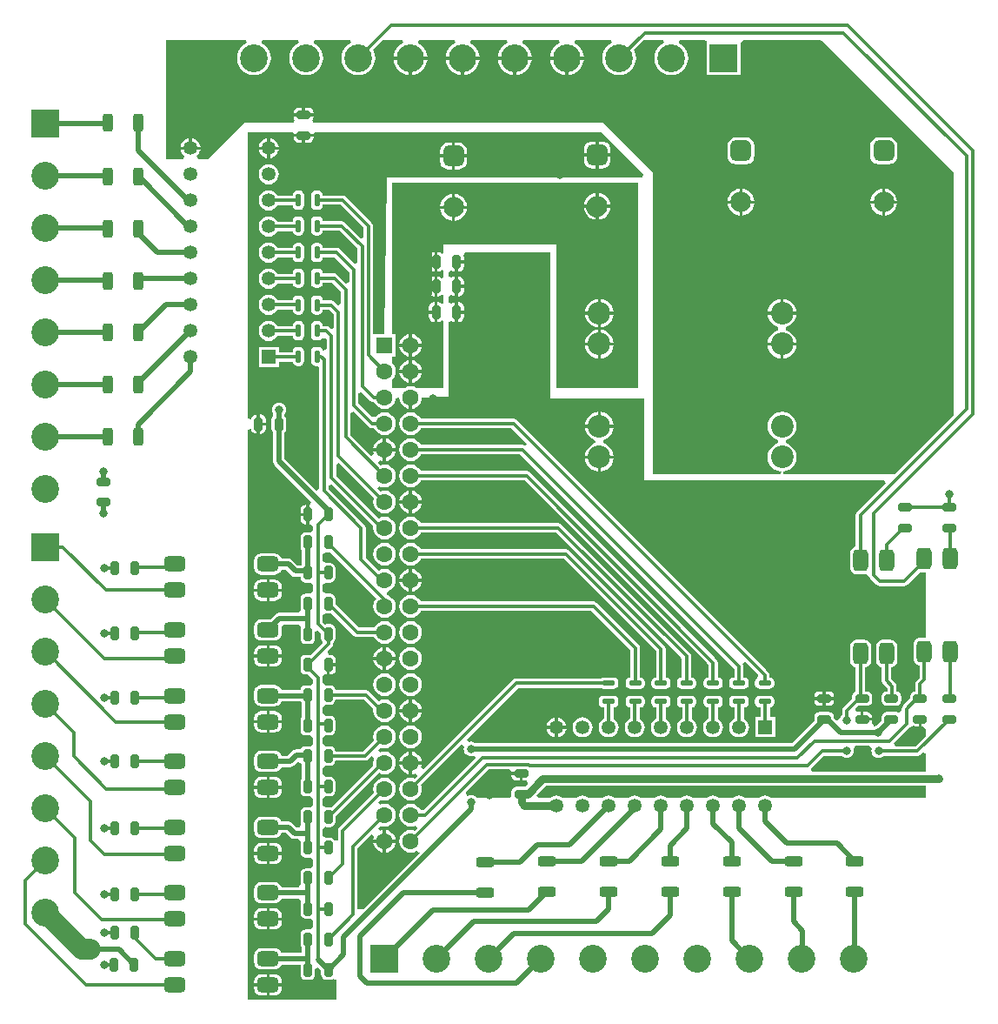
<source format=gtl>
G04 Layer_Physical_Order=1*
G04 Layer_Color=255*
%FSLAX44Y44*%
%MOMM*%
G71*
G01*
G75*
G04:AMPARAMS|DCode=10|XSize=0.5mm|YSize=1.25mm|CornerRadius=0.125mm|HoleSize=0mm|Usage=FLASHONLY|Rotation=270.000|XOffset=0mm|YOffset=0mm|HoleType=Round|Shape=RoundedRectangle|*
%AMROUNDEDRECTD10*
21,1,0.5000,1.0000,0,0,270.0*
21,1,0.2500,1.2500,0,0,270.0*
1,1,0.2500,-0.5000,-0.1250*
1,1,0.2500,-0.5000,0.1250*
1,1,0.2500,0.5000,0.1250*
1,1,0.2500,0.5000,-0.1250*
%
%ADD10ROUNDEDRECTD10*%
G04:AMPARAMS|DCode=11|XSize=0.5mm|YSize=1.25mm|CornerRadius=0.125mm|HoleSize=0mm|Usage=FLASHONLY|Rotation=180.000|XOffset=0mm|YOffset=0mm|HoleType=Round|Shape=RoundedRectangle|*
%AMROUNDEDRECTD11*
21,1,0.5000,1.0000,0,0,180.0*
21,1,0.2500,1.2500,0,0,180.0*
1,1,0.2500,-0.1250,0.5000*
1,1,0.2500,0.1250,0.5000*
1,1,0.2500,0.1250,-0.5000*
1,1,0.2500,-0.1250,-0.5000*
%
%ADD11ROUNDEDRECTD11*%
G04:AMPARAMS|DCode=12|XSize=0.8mm|YSize=1.3mm|CornerRadius=0.2mm|HoleSize=0mm|Usage=FLASHONLY|Rotation=90.000|XOffset=0mm|YOffset=0mm|HoleType=Round|Shape=RoundedRectangle|*
%AMROUNDEDRECTD12*
21,1,0.8000,0.9000,0,0,90.0*
21,1,0.4000,1.3000,0,0,90.0*
1,1,0.4000,0.4500,0.2000*
1,1,0.4000,0.4500,-0.2000*
1,1,0.4000,-0.4500,-0.2000*
1,1,0.4000,-0.4500,0.2000*
%
%ADD12ROUNDEDRECTD12*%
G04:AMPARAMS|DCode=13|XSize=0.8mm|YSize=1.3mm|CornerRadius=0.2mm|HoleSize=0mm|Usage=FLASHONLY|Rotation=180.000|XOffset=0mm|YOffset=0mm|HoleType=Round|Shape=RoundedRectangle|*
%AMROUNDEDRECTD13*
21,1,0.8000,0.9000,0,0,180.0*
21,1,0.4000,1.3000,0,0,180.0*
1,1,0.4000,-0.2000,0.4500*
1,1,0.4000,0.2000,0.4500*
1,1,0.4000,0.2000,-0.4500*
1,1,0.4000,-0.2000,-0.4500*
%
%ADD13ROUNDEDRECTD13*%
G04:AMPARAMS|DCode=14|XSize=1.44mm|YSize=2.09mm|CornerRadius=0.36mm|HoleSize=0mm|Usage=FLASHONLY|Rotation=0.000|XOffset=0mm|YOffset=0mm|HoleType=Round|Shape=RoundedRectangle|*
%AMROUNDEDRECTD14*
21,1,1.4400,1.3700,0,0,0.0*
21,1,0.7200,2.0900,0,0,0.0*
1,1,0.7200,0.3600,-0.6850*
1,1,0.7200,-0.3600,-0.6850*
1,1,0.7200,-0.3600,0.6850*
1,1,0.7200,0.3600,0.6850*
%
%ADD14ROUNDEDRECTD14*%
G04:AMPARAMS|DCode=15|XSize=1.44mm|YSize=2.09mm|CornerRadius=0.36mm|HoleSize=0mm|Usage=FLASHONLY|Rotation=90.000|XOffset=0mm|YOffset=0mm|HoleType=Round|Shape=RoundedRectangle|*
%AMROUNDEDRECTD15*
21,1,1.4400,1.3700,0,0,90.0*
21,1,0.7200,2.0900,0,0,90.0*
1,1,0.7200,0.6850,0.3600*
1,1,0.7200,0.6850,-0.3600*
1,1,0.7200,-0.6850,-0.3600*
1,1,0.7200,-0.6850,0.3600*
%
%ADD15ROUNDEDRECTD15*%
G04:AMPARAMS|DCode=16|XSize=1mm|YSize=1.73mm|CornerRadius=0.25mm|HoleSize=0mm|Usage=FLASHONLY|Rotation=270.000|XOffset=0mm|YOffset=0mm|HoleType=Round|Shape=RoundedRectangle|*
%AMROUNDEDRECTD16*
21,1,1.0000,1.2300,0,0,270.0*
21,1,0.5000,1.7300,0,0,270.0*
1,1,0.5000,-0.6150,-0.2500*
1,1,0.5000,-0.6150,0.2500*
1,1,0.5000,0.6150,0.2500*
1,1,0.5000,0.6150,-0.2500*
%
%ADD16ROUNDEDRECTD16*%
G04:AMPARAMS|DCode=17|XSize=1mm|YSize=1.73mm|CornerRadius=0.25mm|HoleSize=0mm|Usage=FLASHONLY|Rotation=0.000|XOffset=0mm|YOffset=0mm|HoleType=Round|Shape=RoundedRectangle|*
%AMROUNDEDRECTD17*
21,1,1.0000,1.2300,0,0,0.0*
21,1,0.5000,1.7300,0,0,0.0*
1,1,0.5000,0.2500,-0.6150*
1,1,0.5000,-0.2500,-0.6150*
1,1,0.5000,-0.2500,0.6150*
1,1,0.5000,0.2500,0.6150*
%
%ADD17ROUNDEDRECTD17*%
%ADD18C,0.3000*%
%ADD19C,0.5000*%
%ADD20C,2.0000*%
%ADD21C,0.7500*%
%ADD22R,3.0000X5.0000*%
%ADD23C,1.5998*%
%ADD24R,1.5998X1.5998*%
%ADD25R,2.7000X2.7000*%
%ADD26C,2.7000*%
%ADD27R,2.7000X2.7000*%
%ADD28C,2.2000*%
%ADD29R,1.3496X1.3496*%
%ADD30C,1.3496*%
G04:AMPARAMS|DCode=31|XSize=2mm|YSize=2mm|CornerRadius=0.5mm|HoleSize=0mm|Usage=FLASHONLY|Rotation=270.000|XOffset=0mm|YOffset=0mm|HoleType=Round|Shape=RoundedRectangle|*
%AMROUNDEDRECTD31*
21,1,2.0000,1.0000,0,0,270.0*
21,1,1.0000,2.0000,0,0,270.0*
1,1,1.0000,-0.5000,-0.5000*
1,1,1.0000,-0.5000,0.5000*
1,1,1.0000,0.5000,0.5000*
1,1,1.0000,0.5000,-0.5000*
%
%ADD31ROUNDEDRECTD31*%
%ADD32C,2.0000*%
%ADD33R,1.3496X1.3496*%
%ADD34C,0.8000*%
G36*
X940000Y221500D02*
X880000Y221500D01*
X789708D01*
X788516Y222415D01*
X786145Y223397D01*
X783600Y223732D01*
X781055Y223397D01*
X778684Y222415D01*
X777492Y221500D01*
X764308D01*
X763116Y222415D01*
X760745Y223397D01*
X758200Y223732D01*
X755655Y223397D01*
X753284Y222415D01*
X752092Y221500D01*
X738908D01*
X737716Y222415D01*
X735345Y223397D01*
X732800Y223732D01*
X730255Y223397D01*
X727884Y222415D01*
X726692Y221500D01*
X713508D01*
X712316Y222415D01*
X709945Y223397D01*
X707400Y223732D01*
X704855Y223397D01*
X702484Y222415D01*
X701292Y221500D01*
X688108D01*
X686916Y222415D01*
X684545Y223397D01*
X682000Y223732D01*
X679455Y223397D01*
X677084Y222415D01*
X675892Y221500D01*
X662708D01*
X661516Y222415D01*
X659145Y223397D01*
X656600Y223732D01*
X654055Y223397D01*
X651684Y222415D01*
X650492Y221500D01*
X637308D01*
X636116Y222415D01*
X633745Y223397D01*
X631200Y223732D01*
X628655Y223397D01*
X626284Y222415D01*
X625092Y221500D01*
X611908D01*
X610716Y222415D01*
X608345Y223397D01*
X605800Y223732D01*
X603255Y223397D01*
X600884Y222415D01*
X599692Y221500D01*
X586508D01*
X585316Y222415D01*
X582945Y223397D01*
X580400Y223732D01*
X577855Y223397D01*
X575484Y222415D01*
X574292Y221500D01*
X562048D01*
X560900Y224272D01*
X569820Y233192D01*
X940000D01*
Y221500D01*
D02*
G37*
G36*
X536402Y247000D02*
Y246500D01*
X546000D01*
Y245000D01*
X547500D01*
Y237902D01*
X550500D01*
X551163Y238034D01*
X552641Y235269D01*
X549470Y232098D01*
X541500D01*
X539549Y231710D01*
X537895Y230605D01*
X536790Y228951D01*
X536402Y227000D01*
Y223000D01*
X535171Y221500D01*
X502370D01*
X501992Y221992D01*
X500530Y223114D01*
X498827Y223820D01*
X497000Y224060D01*
X495173Y223820D01*
X493470Y223114D01*
X492959Y223228D01*
X492003Y226514D01*
X514400Y248912D01*
X534833D01*
X536402Y247000D01*
D02*
G37*
G36*
X430179Y959000D02*
X430930Y956000D01*
X428939Y954936D01*
X426426Y952874D01*
X424364Y950361D01*
X422832Y947495D01*
X421889Y944385D01*
X421718Y942650D01*
X438150D01*
X454582D01*
X454411Y944385D01*
X453468Y947495D01*
X451936Y950361D01*
X449874Y952874D01*
X447361Y954936D01*
X445370Y956000D01*
X446121Y959000D01*
X480979Y959000D01*
X481730Y956000D01*
X479739Y954936D01*
X477226Y952874D01*
X475164Y950361D01*
X473632Y947495D01*
X472689Y944385D01*
X472518Y942650D01*
X488950D01*
X505382D01*
X505211Y944385D01*
X504268Y947495D01*
X502736Y950361D01*
X500674Y952874D01*
X498161Y954936D01*
X496170Y956000D01*
X496921Y959000D01*
X531778Y959000D01*
X532530Y956000D01*
X530539Y954936D01*
X528026Y952874D01*
X525964Y950361D01*
X524432Y947495D01*
X523489Y944385D01*
X523318Y942650D01*
X539750D01*
X556182D01*
X556011Y944385D01*
X555068Y947495D01*
X553536Y950361D01*
X551474Y952874D01*
X548961Y954936D01*
X546970Y956000D01*
X547721Y959000D01*
X582579Y959000D01*
X583330Y956000D01*
X581339Y954936D01*
X578826Y952874D01*
X576764Y950361D01*
X575232Y947495D01*
X574289Y944385D01*
X574118Y942650D01*
X590550D01*
X606982D01*
X606811Y944385D01*
X605868Y947495D01*
X604336Y950361D01*
X602274Y952874D01*
X599761Y954936D01*
X597770Y956000D01*
X598521Y959000D01*
X633378D01*
X634130Y956000D01*
X632139Y954936D01*
X629626Y952874D01*
X627564Y950361D01*
X626032Y947495D01*
X625089Y944385D01*
X624770Y941150D01*
X625089Y937915D01*
X626032Y934805D01*
X627564Y931939D01*
X629626Y929426D01*
X632139Y927364D01*
X635005Y925832D01*
X638115Y924889D01*
X641350Y924570D01*
X644585Y924889D01*
X647695Y925832D01*
X650561Y927364D01*
X653074Y929426D01*
X655136Y931939D01*
X656668Y934805D01*
X657611Y937915D01*
X657930Y941150D01*
X657611Y944385D01*
X656668Y947495D01*
X655802Y949114D01*
X665688Y959000D01*
X684178D01*
X684930Y956000D01*
X682939Y954936D01*
X680426Y952874D01*
X678364Y950361D01*
X676832Y947495D01*
X675889Y944385D01*
X675570Y941150D01*
X675889Y937915D01*
X676832Y934805D01*
X678364Y931939D01*
X680426Y929426D01*
X682939Y927364D01*
X685805Y925832D01*
X688915Y924889D01*
X692150Y924570D01*
X695385Y924889D01*
X698495Y925832D01*
X701361Y927364D01*
X703874Y929426D01*
X705936Y931939D01*
X707468Y934805D01*
X708411Y937915D01*
X708730Y941150D01*
X708411Y944385D01*
X707468Y947495D01*
X705936Y950361D01*
X703874Y952874D01*
X701361Y954936D01*
X699370Y956000D01*
X700122Y959000D01*
X724009D01*
X726450Y957650D01*
X726450Y956000D01*
Y924650D01*
X759450D01*
Y956000D01*
X761891Y959000D01*
X838000Y959000D01*
X967000Y830000D01*
X967000Y593489D01*
X909511Y536000D01*
X801114Y536000D01*
X800917Y539000D01*
X801963Y539138D01*
X803655Y539360D01*
X807060Y540771D01*
X809985Y543015D01*
X812229Y545940D01*
X813640Y549345D01*
X814121Y553000D01*
X813640Y556655D01*
X812229Y560060D01*
X809985Y562985D01*
X807060Y565229D01*
X804138Y566439D01*
X803880Y568000D01*
X804138Y569561D01*
X807060Y570771D01*
X809985Y573015D01*
X812229Y575940D01*
X813640Y579345D01*
X814121Y583000D01*
X813640Y586655D01*
X812229Y590060D01*
X809985Y592985D01*
X807060Y595229D01*
X803655Y596640D01*
X800000Y597121D01*
X796345Y596640D01*
X792940Y595229D01*
X790015Y592985D01*
X787771Y590060D01*
X786360Y586655D01*
X785879Y583000D01*
X786360Y579345D01*
X787771Y575940D01*
X790015Y573015D01*
X792940Y570771D01*
X795862Y569561D01*
X796120Y568000D01*
X795862Y566439D01*
X792940Y565229D01*
X790015Y562985D01*
X787771Y560060D01*
X786360Y556655D01*
X785879Y553000D01*
X786360Y549345D01*
X787771Y545940D01*
X790015Y543015D01*
X792940Y540771D01*
X796345Y539360D01*
X798037Y539138D01*
X799083Y539000D01*
X798886Y536000D01*
X674000Y536000D01*
X674000Y830000D01*
X633000Y871000D01*
X626000Y878000D01*
X405000Y878000D01*
X343838D01*
X343228Y878843D01*
X342509Y881000D01*
X343210Y882049D01*
X343598Y884000D01*
Y884500D01*
X334000D01*
X324402D01*
Y884000D01*
X324790Y882049D01*
X325491Y881000D01*
X324772Y878843D01*
X324162Y878000D01*
X276000D01*
X254000Y856000D01*
X241000Y843000D01*
X231027D01*
X230008Y846000D01*
X230852Y846648D01*
X232415Y848684D01*
X233397Y851055D01*
X233535Y852100D01*
X223900D01*
X214265D01*
X214403Y851055D01*
X215385Y848684D01*
X216948Y846648D01*
X217792Y846000D01*
X216773Y843000D01*
X214000D01*
X200000Y843000D01*
X200000Y890000D01*
X200000Y959000D01*
X277779Y959000D01*
X278530Y956000D01*
X276539Y954936D01*
X274026Y952874D01*
X271964Y950361D01*
X270432Y947495D01*
X269489Y944385D01*
X269170Y941150D01*
X269489Y937915D01*
X270432Y934805D01*
X271964Y931939D01*
X274026Y929426D01*
X276539Y927364D01*
X279405Y925832D01*
X282515Y924889D01*
X285750Y924570D01*
X288985Y924889D01*
X292095Y925832D01*
X294961Y927364D01*
X297474Y929426D01*
X299536Y931939D01*
X301068Y934805D01*
X302011Y937915D01*
X302330Y941150D01*
X302011Y944385D01*
X301068Y947495D01*
X299536Y950361D01*
X297474Y952874D01*
X294961Y954936D01*
X292970Y956000D01*
X293721Y959000D01*
X328579Y959000D01*
X329330Y956000D01*
X327339Y954936D01*
X324826Y952874D01*
X322764Y950361D01*
X321232Y947495D01*
X320289Y944385D01*
X319970Y941150D01*
X320289Y937915D01*
X321232Y934805D01*
X322764Y931939D01*
X324826Y929426D01*
X327339Y927364D01*
X330205Y925832D01*
X333315Y924889D01*
X336550Y924570D01*
X339785Y924889D01*
X342895Y925832D01*
X345761Y927364D01*
X348274Y929426D01*
X350336Y931939D01*
X351868Y934805D01*
X352811Y937915D01*
X353130Y941150D01*
X352811Y944385D01*
X351868Y947495D01*
X350336Y950361D01*
X348274Y952874D01*
X345761Y954936D01*
X343770Y956000D01*
X344521Y959000D01*
X379379D01*
X380130Y956000D01*
X378139Y954936D01*
X375626Y952874D01*
X373564Y950361D01*
X372032Y947495D01*
X371089Y944385D01*
X370770Y941150D01*
X371089Y937915D01*
X372032Y934805D01*
X373564Y931939D01*
X375626Y929426D01*
X378139Y927364D01*
X381005Y925832D01*
X384115Y924889D01*
X387350Y924570D01*
X390585Y924889D01*
X393695Y925832D01*
X396561Y927364D01*
X399074Y929426D01*
X401136Y931939D01*
X402668Y934805D01*
X403611Y937915D01*
X403930Y941150D01*
X403611Y944385D01*
X402668Y947495D01*
X401802Y949114D01*
X411689Y959000D01*
X430000D01*
X430179D01*
D02*
G37*
G36*
X665228Y827772D02*
X664080Y825000D01*
X414939D01*
X412858Y672749D01*
X401751D01*
X401588Y675681D01*
Y778000D01*
X401239Y779756D01*
X400244Y781244D01*
X375244Y806244D01*
X373756Y807239D01*
X372000Y807588D01*
X352583D01*
Y808000D01*
X352253Y809658D01*
X351314Y811064D01*
X349908Y812003D01*
X348250Y812333D01*
X345750D01*
X344092Y812003D01*
X342686Y811064D01*
X341747Y809658D01*
X341417Y808000D01*
Y798000D01*
X341747Y796342D01*
X342686Y794936D01*
X344092Y793997D01*
X345750Y793667D01*
X348250D01*
X349908Y793997D01*
X351314Y794936D01*
X352253Y796342D01*
X352583Y798000D01*
Y798412D01*
X370099D01*
X392412Y776099D01*
Y766997D01*
X389640Y765848D01*
X374244Y781244D01*
X372756Y782239D01*
X371000Y782588D01*
X352583D01*
Y783000D01*
X352253Y784658D01*
X351314Y786064D01*
X349908Y787003D01*
X348250Y787333D01*
X345750D01*
X344092Y787003D01*
X342686Y786064D01*
X341747Y784658D01*
X341417Y783000D01*
Y773000D01*
X341747Y771342D01*
X342686Y769936D01*
X344092Y768997D01*
X345750Y768667D01*
X348250D01*
X349908Y768997D01*
X351314Y769936D01*
X352253Y771342D01*
X352583Y773000D01*
Y773412D01*
X369100D01*
X386412Y756099D01*
Y742319D01*
X383412Y741077D01*
X369244Y755244D01*
X367756Y756239D01*
X366000Y756588D01*
X352583D01*
Y757000D01*
X352253Y758658D01*
X351314Y760064D01*
X349908Y761003D01*
X348250Y761333D01*
X345750D01*
X344092Y761003D01*
X342686Y760064D01*
X341747Y758658D01*
X341417Y757000D01*
Y747000D01*
X341747Y745342D01*
X342686Y743936D01*
X344092Y742997D01*
X345750Y742667D01*
X348250D01*
X349908Y742997D01*
X351314Y743936D01*
X352253Y745342D01*
X352583Y747000D01*
Y747412D01*
X364100D01*
X378412Y733100D01*
Y723319D01*
X375412Y722077D01*
X367244Y730245D01*
X365756Y731239D01*
X364000Y731588D01*
X352583D01*
Y732000D01*
X352253Y733659D01*
X351314Y735064D01*
X349908Y736004D01*
X348250Y736333D01*
X345750D01*
X344092Y736004D01*
X342686Y735064D01*
X341747Y733659D01*
X341417Y732000D01*
Y722000D01*
X341747Y720342D01*
X342686Y718936D01*
X344092Y717997D01*
X345750Y717667D01*
X348250D01*
X349908Y717997D01*
X351314Y718936D01*
X352253Y720342D01*
X352583Y722000D01*
Y722412D01*
X362099D01*
X370412Y714100D01*
Y701997D01*
X367640Y700848D01*
X364244Y704244D01*
X362756Y705239D01*
X361000Y705588D01*
X352583D01*
Y706000D01*
X352253Y707658D01*
X351314Y709064D01*
X349908Y710003D01*
X348250Y710333D01*
X345750D01*
X344092Y710003D01*
X342686Y709064D01*
X341747Y707658D01*
X341417Y706000D01*
Y696000D01*
X341747Y694342D01*
X342686Y692936D01*
X344092Y691997D01*
X345750Y691667D01*
X348250D01*
X349908Y691997D01*
X351314Y692936D01*
X352253Y694342D01*
X352583Y696000D01*
Y696412D01*
X359100D01*
X363412Y692100D01*
Y678997D01*
X360640Y677848D01*
X359244Y679244D01*
X357756Y680239D01*
X356000Y680588D01*
X352583D01*
Y681000D01*
X352253Y682658D01*
X351314Y684064D01*
X349908Y685003D01*
X348250Y685333D01*
X345750D01*
X344092Y685003D01*
X342686Y684064D01*
X341747Y682658D01*
X341417Y681000D01*
Y671000D01*
X341747Y669342D01*
X342686Y667936D01*
X344092Y666997D01*
X345750Y666667D01*
X348250D01*
X349908Y666997D01*
X351314Y667936D01*
X351368Y668017D01*
X354849Y668645D01*
X356412Y667342D01*
Y658430D01*
X353412Y656810D01*
X352273Y657557D01*
X352253Y657658D01*
X351314Y659064D01*
X349908Y660003D01*
X348250Y660333D01*
X345750D01*
X344092Y660003D01*
X342686Y659064D01*
X341747Y657658D01*
X341417Y656000D01*
Y646000D01*
X341747Y644342D01*
X342686Y642936D01*
X344092Y641997D01*
X345750Y641667D01*
X348250D01*
X349412Y640713D01*
Y521761D01*
X346412Y520519D01*
X315608Y551323D01*
Y576900D01*
X316710Y578549D01*
X317098Y580500D01*
Y589500D01*
X316710Y591451D01*
X315608Y593100D01*
Y594809D01*
X316115Y595470D01*
X316820Y597173D01*
X317060Y599000D01*
X316820Y600827D01*
X316115Y602530D01*
X314992Y603992D01*
X313530Y605115D01*
X311827Y605820D01*
X310000Y606060D01*
X308173Y605820D01*
X306470Y605115D01*
X305007Y603992D01*
X303885Y602530D01*
X303180Y600827D01*
X302940Y599000D01*
X303180Y597173D01*
X303885Y595470D01*
X304392Y594809D01*
Y593100D01*
X303290Y591451D01*
X302902Y589500D01*
Y580500D01*
X303290Y578549D01*
X304392Y576900D01*
Y549000D01*
X304819Y546854D01*
X306035Y545035D01*
X341764Y509306D01*
X340286Y506541D01*
X340000Y506598D01*
X339500D01*
Y497000D01*
Y487402D01*
X340000D01*
X340487Y487499D01*
X340721Y487459D01*
X343231Y485569D01*
X343412Y485255D01*
Y481567D01*
X340412Y479516D01*
X340000Y479598D01*
X336000D01*
X334049Y479210D01*
X332395Y478105D01*
X331290Y476451D01*
X330902Y474500D01*
Y465500D01*
X331290Y463549D01*
X332392Y461899D01*
Y448386D01*
X331872Y447608D01*
X328323D01*
X323185Y452746D01*
X321365Y453962D01*
X319219Y454389D01*
X312562D01*
X312015Y455709D01*
X310957Y457088D01*
X309578Y458146D01*
X307973Y458811D01*
X306250Y459038D01*
X292550D01*
X290827Y458811D01*
X289221Y458146D01*
X287843Y457088D01*
X286785Y455709D01*
X286120Y454104D01*
X285893Y452381D01*
Y445181D01*
X286120Y443458D01*
X286785Y441852D01*
X287843Y440474D01*
X289221Y439416D01*
X290827Y438751D01*
X292550Y438524D01*
X306250D01*
X307973Y438751D01*
X309578Y439416D01*
X310957Y440474D01*
X312015Y441852D01*
X312562Y443173D01*
X316896D01*
X322035Y438035D01*
X323854Y436819D01*
X326000Y436392D01*
X330902D01*
Y435785D01*
X331290Y433835D01*
X332395Y432181D01*
X334049Y431076D01*
X336000Y430687D01*
X340000D01*
X340412Y430769D01*
X343412Y428718D01*
Y422138D01*
X340412Y420087D01*
X340000Y420169D01*
X336000D01*
X334049Y419781D01*
X332395Y418676D01*
X331290Y417022D01*
X330902Y415071D01*
Y406071D01*
X331250Y404322D01*
X331241Y404041D01*
X329552Y401322D01*
X310322D01*
X308176Y400895D01*
X306357Y399679D01*
X301726Y395049D01*
X292550D01*
X290827Y394823D01*
X289221Y394157D01*
X287843Y393100D01*
X286785Y391721D01*
X286120Y390115D01*
X285893Y388392D01*
Y381192D01*
X286120Y379469D01*
X286785Y377864D01*
X287843Y376485D01*
X289221Y375427D01*
X290827Y374762D01*
X292550Y374535D01*
X306250D01*
X307973Y374762D01*
X309578Y375427D01*
X310957Y376485D01*
X312015Y377864D01*
X312680Y379469D01*
X312907Y381192D01*
Y388392D01*
X314410Y390106D01*
X329552D01*
X331241Y387387D01*
X331250Y387106D01*
X330902Y385357D01*
Y376357D01*
X331290Y374406D01*
X332395Y372752D01*
X334049Y371647D01*
X336000Y371259D01*
X340000D01*
X341951Y371647D01*
X343605Y372752D01*
X344710Y374406D01*
X345098Y376357D01*
Y383028D01*
X348098Y384270D01*
X350902Y381466D01*
Y376357D01*
X351290Y374406D01*
X352395Y372752D01*
X352485Y371838D01*
X340953Y360307D01*
X340028Y360491D01*
X336028D01*
X334077Y360103D01*
X332423Y358997D01*
X331318Y357343D01*
X330930Y355393D01*
Y346393D01*
X331318Y344442D01*
X332423Y342788D01*
X334077Y341683D01*
X336028Y341295D01*
X338217D01*
X343412Y336100D01*
Y332995D01*
X340412Y330944D01*
X340000Y331026D01*
X336000D01*
X334049Y330638D01*
X332395Y329533D01*
X331290Y327879D01*
X330998Y326412D01*
X312562D01*
X312015Y327732D01*
X310957Y329111D01*
X309578Y330169D01*
X307973Y330834D01*
X306250Y331061D01*
X292550D01*
X290827Y330834D01*
X289221Y330169D01*
X287843Y329111D01*
X286785Y327732D01*
X286120Y326127D01*
X285893Y324404D01*
Y317204D01*
X286120Y315481D01*
X286785Y313875D01*
X287843Y312497D01*
X289221Y311439D01*
X290827Y310774D01*
X292550Y310547D01*
X306250D01*
X307973Y310774D01*
X309578Y311439D01*
X310957Y312497D01*
X312015Y313875D01*
X312562Y315196D01*
X331247D01*
X331290Y314977D01*
X332392Y313328D01*
Y299814D01*
X331290Y298165D01*
X330902Y296214D01*
Y287214D01*
X331290Y285263D01*
X332395Y283609D01*
X334049Y282504D01*
X336000Y282116D01*
X340000D01*
X340412Y282198D01*
X343412Y280147D01*
Y273567D01*
X340412Y271516D01*
X340000Y271598D01*
X336000D01*
X334049Y271210D01*
X332395Y270105D01*
X331395Y268608D01*
X327000D01*
X324854Y268181D01*
X323035Y266965D01*
X318493Y262423D01*
X312562D01*
X312015Y263744D01*
X310957Y265123D01*
X309578Y266180D01*
X307973Y266845D01*
X306250Y267072D01*
X292550D01*
X290827Y266845D01*
X289221Y266180D01*
X287843Y265123D01*
X286785Y263744D01*
X286120Y262138D01*
X285893Y260415D01*
Y253215D01*
X286120Y251493D01*
X286785Y249887D01*
X287843Y248508D01*
X289221Y247450D01*
X290827Y246785D01*
X292550Y246558D01*
X306250D01*
X307973Y246785D01*
X309578Y247450D01*
X310957Y248508D01*
X312015Y249887D01*
X312562Y251208D01*
X320815D01*
X322961Y251635D01*
X324781Y252850D01*
X328107Y256176D01*
X330994Y255607D01*
X331456Y255300D01*
X332392Y253899D01*
Y240386D01*
X331290Y238736D01*
X330902Y236786D01*
Y227786D01*
X331290Y225835D01*
X332395Y224181D01*
X334049Y223076D01*
X336000Y222688D01*
X340000D01*
X340412Y222770D01*
X343412Y220718D01*
Y214139D01*
X340412Y212087D01*
X340000Y212169D01*
X336000D01*
X334049Y211781D01*
X332395Y210676D01*
X331290Y209022D01*
X330902Y207071D01*
Y198071D01*
X331290Y196120D01*
X331633Y195608D01*
X330192Y192608D01*
X327323D01*
X323138Y196792D01*
X321319Y198008D01*
X319173Y198435D01*
X312562D01*
X312015Y199755D01*
X310957Y201134D01*
X309578Y202192D01*
X307973Y202857D01*
X306250Y203084D01*
X292550D01*
X290827Y202857D01*
X289221Y202192D01*
X287843Y201134D01*
X286785Y199755D01*
X286120Y198150D01*
X285893Y196427D01*
Y189227D01*
X286120Y187504D01*
X286785Y185898D01*
X287843Y184520D01*
X289221Y183462D01*
X290827Y182797D01*
X292550Y182570D01*
X306250D01*
X307973Y182797D01*
X309578Y183462D01*
X310957Y184520D01*
X312015Y185898D01*
X312562Y187219D01*
X316850D01*
X321035Y183035D01*
X322854Y181819D01*
X325000Y181392D01*
X329075D01*
X329687Y180816D01*
X331108Y178392D01*
X330902Y177357D01*
Y168357D01*
X331290Y166406D01*
X332395Y164752D01*
X334049Y163647D01*
X336000Y163259D01*
X340000D01*
X340412Y163341D01*
X343412Y161290D01*
Y154710D01*
X340412Y152659D01*
X340000Y152741D01*
X336000D01*
X334049Y152353D01*
X332395Y151248D01*
X331290Y149594D01*
X330902Y147643D01*
Y138643D01*
X331140Y137446D01*
X329865Y135174D01*
X329183Y134446D01*
X312562D01*
X312015Y135767D01*
X310957Y137146D01*
X309578Y138203D01*
X307973Y138869D01*
X306250Y139095D01*
X292550D01*
X290827Y138869D01*
X289221Y138203D01*
X287843Y137146D01*
X286785Y135767D01*
X286120Y134161D01*
X285893Y132438D01*
Y125239D01*
X286120Y123516D01*
X286785Y121910D01*
X287843Y120531D01*
X289221Y119473D01*
X290827Y118808D01*
X292550Y118582D01*
X306250D01*
X307973Y118808D01*
X309578Y119473D01*
X310957Y120531D01*
X312015Y121910D01*
X312562Y123231D01*
X329950D01*
X331525Y120231D01*
X331290Y119879D01*
X330902Y117928D01*
Y108928D01*
X331290Y106978D01*
X332395Y105324D01*
X334049Y104219D01*
X336000Y103831D01*
X340000D01*
X340412Y103912D01*
X343412Y101861D01*
Y95281D01*
X340412Y93230D01*
X340000Y93312D01*
X336000D01*
X334049Y92924D01*
X332395Y91819D01*
X331290Y90165D01*
X330902Y88214D01*
Y79214D01*
X331290Y77263D01*
X332392Y75614D01*
Y70458D01*
X312562D01*
X312015Y71778D01*
X310957Y73157D01*
X309578Y74215D01*
X307973Y74880D01*
X306250Y75107D01*
X292550D01*
X290827Y74880D01*
X289221Y74215D01*
X287843Y73157D01*
X286785Y71778D01*
X286120Y70173D01*
X285893Y68450D01*
Y61250D01*
X286120Y59527D01*
X286785Y57922D01*
X287843Y56543D01*
X289221Y55485D01*
X290827Y54820D01*
X292550Y54593D01*
X306250D01*
X307973Y54820D01*
X309578Y55485D01*
X310957Y56543D01*
X312015Y57922D01*
X312562Y59242D01*
X330293D01*
X330902Y58500D01*
Y49500D01*
X331290Y47549D01*
X332395Y45895D01*
X334049Y44790D01*
X336000Y44402D01*
X340000D01*
X341951Y44790D01*
X343605Y45895D01*
X344710Y47549D01*
X345098Y49500D01*
Y54729D01*
X348098Y55971D01*
X350902Y53167D01*
Y49500D01*
X351290Y47549D01*
X352395Y45895D01*
X354049Y44790D01*
X356000Y44402D01*
X360000D01*
X361951Y44790D01*
X363000Y45491D01*
X365157Y44772D01*
X366000Y44162D01*
Y25000D01*
X352000D01*
X280000Y25000D01*
X280000Y579713D01*
X283000Y580008D01*
X283290Y578549D01*
X284395Y576895D01*
X286049Y575790D01*
X288000Y575402D01*
X288500D01*
Y585000D01*
Y594598D01*
X288000D01*
X286049Y594210D01*
X284395Y593105D01*
X283290Y591451D01*
X283000Y589992D01*
X280000Y590287D01*
Y610000D01*
X280000Y869000D01*
X323581D01*
X324402Y868000D01*
Y867500D01*
X334000D01*
X343598D01*
Y868000D01*
X344419Y869000D01*
X624000D01*
X665228Y827772D01*
D02*
G37*
G36*
X936000Y290902D02*
X937000D01*
X940000Y288316D01*
X940000Y281488D01*
X930099Y271588D01*
X910319D01*
X909077Y274588D01*
X924244Y289756D01*
X924535Y290191D01*
X927893Y291241D01*
X928297Y291241D01*
X930000Y290902D01*
X933000D01*
Y298000D01*
X936000D01*
Y290902D01*
D02*
G37*
G36*
X574000Y752000D02*
Y610000D01*
X666000Y610000D01*
X666000Y530000D01*
X899592Y530000D01*
X900740Y527228D01*
X873056Y499544D01*
X872061Y498056D01*
X871712Y496300D01*
Y465777D01*
X870977Y465680D01*
X869371Y465015D01*
X867993Y463957D01*
X866935Y462579D01*
X866270Y460973D01*
X866043Y459250D01*
Y445550D01*
X866270Y443827D01*
X866935Y442221D01*
X867993Y440843D01*
X869371Y439785D01*
X870977Y439120D01*
X872700Y438893D01*
X879900D01*
X881412Y439092D01*
X881774Y439059D01*
X882332Y438835D01*
X884570Y437206D01*
X884761Y436244D01*
X885756Y434756D01*
X891756Y428756D01*
X893244Y427761D01*
X895000Y427412D01*
X919000D01*
X920756Y427761D01*
X922244Y428756D01*
X934419Y440930D01*
X934700Y440893D01*
X940000D01*
X940000Y377107D01*
X934700D01*
X932977Y376880D01*
X931372Y376215D01*
X929993Y375157D01*
X928935Y373778D01*
X928270Y372173D01*
X928043Y370450D01*
Y356750D01*
X928270Y355027D01*
X928935Y353422D01*
X929993Y352043D01*
X931372Y350985D01*
X932977Y350320D01*
X933712Y350223D01*
Y338200D01*
X931256Y335744D01*
X930261Y334256D01*
X929912Y332500D01*
Y325080D01*
X928049Y324710D01*
X926395Y323605D01*
X925290Y321951D01*
X924902Y320000D01*
Y318391D01*
X917756Y311244D01*
X916761Y309756D01*
X916412Y308000D01*
Y305889D01*
X913412Y304402D01*
X912951Y304710D01*
X911000Y305098D01*
X902000D01*
X900049Y304710D01*
X898395Y303605D01*
X897290Y301951D01*
X896902Y300000D01*
Y296333D01*
X892498Y291928D01*
X891673Y291820D01*
X889970Y291115D01*
X889040Y291694D01*
X887210Y294049D01*
X887598Y296000D01*
Y296500D01*
X878000D01*
Y298000D01*
X876500D01*
Y305098D01*
X873500D01*
X872663Y304931D01*
X871185Y307696D01*
X874391Y310902D01*
X882500D01*
X884451Y311290D01*
X886105Y312395D01*
X887210Y314049D01*
X887598Y316000D01*
Y320000D01*
X887210Y321951D01*
X886105Y323605D01*
X884451Y324710D01*
X882500Y325098D01*
X880888D01*
Y348223D01*
X881623Y348320D01*
X883229Y348985D01*
X884607Y350043D01*
X885665Y351422D01*
X886330Y353027D01*
X886557Y354750D01*
Y368450D01*
X886330Y370173D01*
X885665Y371778D01*
X884607Y373157D01*
X883229Y374215D01*
X881623Y374880D01*
X879900Y375107D01*
X872700D01*
X870977Y374880D01*
X869371Y374215D01*
X867993Y373157D01*
X866935Y371778D01*
X866270Y370173D01*
X866043Y368450D01*
Y354750D01*
X866270Y353027D01*
X866935Y351422D01*
X867993Y350043D01*
X869371Y348985D01*
X870977Y348320D01*
X871712Y348223D01*
Y324742D01*
X871549Y324710D01*
X869895Y323605D01*
X868790Y321951D01*
X868402Y320000D01*
Y317891D01*
X859756Y309244D01*
X858761Y307756D01*
X858412Y306000D01*
Y302303D01*
X858008Y301992D01*
X856886Y300530D01*
X856180Y298827D01*
X856083Y298090D01*
X853334Y296901D01*
X853041Y296890D01*
X850598Y299333D01*
Y300000D01*
X850210Y301951D01*
X849105Y303605D01*
X847451Y304710D01*
X845500Y305098D01*
X836500D01*
X834549Y304710D01*
X832895Y303605D01*
X831790Y301951D01*
X831402Y300000D01*
Y296333D01*
X809677Y274608D01*
X501191D01*
X500530Y275114D01*
X498827Y275820D01*
X497000Y276060D01*
X495173Y275820D01*
X494453Y275522D01*
X492754Y278065D01*
X543101Y328412D01*
X623346D01*
X624342Y327747D01*
X626000Y327417D01*
X636000D01*
X637658Y327747D01*
X639064Y328686D01*
X640003Y330092D01*
X640333Y331750D01*
Y334250D01*
X640003Y335908D01*
X639064Y337314D01*
X637658Y338253D01*
X636000Y338583D01*
X626000D01*
X624342Y338253D01*
X623346Y337588D01*
X541200D01*
X539444Y337239D01*
X537956Y336244D01*
X450644Y248933D01*
X448101Y250632D01*
X448866Y252479D01*
X449046Y253850D01*
X439650D01*
Y244454D01*
X441021Y244634D01*
X442868Y245399D01*
X444567Y242856D01*
X441980Y240269D01*
X441021Y240666D01*
X438150Y241044D01*
X435279Y240666D01*
X432603Y239557D01*
X430306Y237794D01*
X428543Y235497D01*
X427434Y232821D01*
X427056Y229950D01*
X427434Y227079D01*
X428543Y224403D01*
X430306Y222106D01*
X432603Y220343D01*
X435279Y219234D01*
X438150Y218856D01*
X441021Y219234D01*
X443697Y220343D01*
X445994Y222106D01*
X447757Y224403D01*
X448866Y227079D01*
X449244Y229950D01*
X448866Y232821D01*
X448469Y233780D01*
X487935Y273246D01*
X490478Y271547D01*
X490180Y270827D01*
X489940Y269000D01*
X490180Y267173D01*
X490886Y265470D01*
X492008Y264007D01*
X493470Y262885D01*
X495173Y262180D01*
X497000Y261940D01*
X498827Y262180D01*
X499888Y262620D01*
X501588Y260076D01*
X450926Y209415D01*
X447902Y209748D01*
X447757Y210097D01*
X445994Y212394D01*
X443697Y214157D01*
X441021Y215266D01*
X438150Y215644D01*
X435279Y215266D01*
X432603Y214157D01*
X430306Y212394D01*
X428543Y210097D01*
X427434Y207421D01*
X427056Y204550D01*
X427434Y201679D01*
X428543Y199003D01*
X430306Y196706D01*
X432603Y194943D01*
X435279Y193834D01*
X438150Y193456D01*
X441021Y193834D01*
X442868Y194599D01*
X444567Y192056D01*
X441980Y189469D01*
X441021Y189866D01*
X438150Y190244D01*
X435279Y189866D01*
X432603Y188757D01*
X430306Y186994D01*
X428543Y184697D01*
X427434Y182021D01*
X427056Y179150D01*
X427434Y176279D01*
X428543Y173603D01*
X430306Y171306D01*
X432603Y169543D01*
X435279Y168434D01*
X438150Y168056D01*
X441021Y168434D01*
X443452Y169441D01*
X443846Y169477D01*
X446830Y168165D01*
X446906Y167837D01*
X392069Y113000D01*
X386588D01*
Y171900D01*
X400256Y185567D01*
X402799Y183868D01*
X402034Y182021D01*
X401854Y180650D01*
X411250D01*
Y190046D01*
X409879Y189866D01*
X408032Y189101D01*
X406333Y191644D01*
X408920Y194231D01*
X409879Y193834D01*
X412750Y193456D01*
X415621Y193834D01*
X418297Y194943D01*
X420594Y196706D01*
X422357Y199003D01*
X423466Y201679D01*
X423844Y204550D01*
X423466Y207421D01*
X422357Y210097D01*
X420594Y212394D01*
X418297Y214157D01*
X415621Y215266D01*
X412750Y215644D01*
X409879Y215266D01*
X408032Y214501D01*
X406333Y217044D01*
X408920Y219631D01*
X409879Y219234D01*
X412750Y218856D01*
X415621Y219234D01*
X418297Y220343D01*
X420594Y222106D01*
X422357Y224403D01*
X423466Y227079D01*
X423844Y229950D01*
X423466Y232821D01*
X422357Y235497D01*
X420594Y237794D01*
X418297Y239557D01*
X415621Y240666D01*
X412750Y241044D01*
X409879Y240666D01*
X407203Y239557D01*
X404906Y237794D01*
X403143Y235497D01*
X402034Y232821D01*
X401656Y229950D01*
X402034Y227079D01*
X402431Y226120D01*
X368756Y192444D01*
X367761Y190956D01*
X367412Y189200D01*
Y180253D01*
X366305Y179866D01*
X364412Y179754D01*
X363605Y180962D01*
X361951Y182067D01*
X360000Y182455D01*
X356000D01*
X355588Y182373D01*
X352588Y184424D01*
Y191004D01*
X355588Y193055D01*
X356000Y192973D01*
X360000D01*
X361951Y193361D01*
X363605Y194466D01*
X364710Y196120D01*
X365098Y198071D01*
Y203181D01*
X407526Y245609D01*
X409879Y244634D01*
X412750Y244256D01*
X415621Y244634D01*
X418297Y245743D01*
X420594Y247506D01*
X422357Y249803D01*
X423466Y252479D01*
X423844Y255350D01*
X423466Y258221D01*
X422357Y260897D01*
X420594Y263194D01*
X418297Y264957D01*
X415621Y266066D01*
X412750Y266444D01*
X409879Y266066D01*
X408032Y265301D01*
X406333Y267844D01*
X408920Y270431D01*
X409879Y270034D01*
X412750Y269656D01*
X415621Y270034D01*
X418297Y271143D01*
X420594Y272906D01*
X422357Y275203D01*
X423466Y277879D01*
X423844Y280750D01*
X423466Y283621D01*
X422357Y286297D01*
X420594Y288594D01*
X418297Y290357D01*
X415621Y291466D01*
X412750Y291844D01*
X409879Y291466D01*
X407203Y290357D01*
X404906Y288594D01*
X403143Y286297D01*
X402034Y283621D01*
X401656Y280750D01*
X402034Y277879D01*
X402431Y276920D01*
X392099Y266588D01*
X365080D01*
X364710Y268451D01*
X363605Y270105D01*
X361951Y271210D01*
X360000Y271598D01*
X356000D01*
X355588Y271516D01*
X352588Y273567D01*
Y280147D01*
X355588Y282198D01*
X356000Y282116D01*
X360000D01*
X361951Y282504D01*
X363605Y283609D01*
X364710Y285263D01*
X365098Y287214D01*
Y296214D01*
X364710Y298165D01*
X363605Y299819D01*
X361951Y300924D01*
X360000Y301312D01*
X356000D01*
X355588Y301230D01*
X352588Y303281D01*
Y309861D01*
X355588Y311912D01*
X356000Y311830D01*
X360000D01*
X361951Y312218D01*
X363605Y313324D01*
X364710Y314977D01*
X365080Y316840D01*
X392821D01*
X401872Y307789D01*
X401656Y306150D01*
X402034Y303279D01*
X403143Y300603D01*
X404906Y298306D01*
X407203Y296543D01*
X409879Y295434D01*
X412750Y295056D01*
X415621Y295434D01*
X418297Y296543D01*
X420594Y298306D01*
X422357Y300603D01*
X423466Y303279D01*
X423844Y306150D01*
X423466Y309021D01*
X422357Y311697D01*
X420594Y313994D01*
X418297Y315757D01*
X415621Y316866D01*
X412750Y317244D01*
X409879Y316866D01*
X407203Y315757D01*
X407021Y315618D01*
X397966Y324673D01*
X396477Y325667D01*
X394722Y326017D01*
X365080D01*
X364710Y327879D01*
X363605Y329533D01*
X361951Y330638D01*
X360000Y331026D01*
X356000D01*
X355588Y330944D01*
X352588Y332995D01*
Y338000D01*
X352343Y339234D01*
X353262Y340532D01*
X354633Y341572D01*
X356028Y341295D01*
X356528D01*
Y350893D01*
X358028D01*
Y352393D01*
X365126D01*
Y355393D01*
X364738Y357343D01*
X363633Y358997D01*
X361979Y360103D01*
X360028Y360491D01*
X358357D01*
X357115Y363491D01*
X361244Y367620D01*
X362239Y369109D01*
X362588Y370864D01*
Y372073D01*
X363605Y372752D01*
X364710Y374406D01*
X365098Y376357D01*
Y385357D01*
X364710Y387308D01*
X363605Y388962D01*
X361951Y390067D01*
X360000Y390455D01*
X356000D01*
X355075Y390271D01*
X352588Y392757D01*
Y399004D01*
X355588Y401055D01*
X356000Y400973D01*
X360000D01*
X360925Y401157D01*
X382977Y379106D01*
X384465Y378111D01*
X386221Y377762D01*
X402746D01*
X403143Y376803D01*
X404906Y374506D01*
X407203Y372743D01*
X409879Y371634D01*
X412750Y371256D01*
X415621Y371634D01*
X418297Y372743D01*
X420594Y374506D01*
X422357Y376803D01*
X423466Y379479D01*
X423844Y382350D01*
X423466Y385221D01*
X422357Y387897D01*
X420594Y390194D01*
X418297Y391957D01*
X415621Y393066D01*
X412750Y393444D01*
X409879Y393066D01*
X407203Y391957D01*
X404906Y390194D01*
X403143Y387897D01*
X402746Y386938D01*
X388122D01*
X365098Y409962D01*
Y415071D01*
X364710Y417022D01*
X363605Y418676D01*
X361951Y419781D01*
X360000Y420169D01*
X356000D01*
X355588Y420087D01*
X352588Y422138D01*
Y428718D01*
X355588Y430769D01*
X356000Y430687D01*
X360000D01*
X361951Y431076D01*
X363605Y432181D01*
X364710Y433835D01*
X365098Y435785D01*
Y444785D01*
X364710Y446736D01*
X363605Y448390D01*
X361951Y449495D01*
X360000Y449883D01*
X356000D01*
X355588Y449801D01*
X352588Y451853D01*
Y458433D01*
X355588Y460484D01*
X356000Y460402D01*
X360000D01*
X360091Y460420D01*
X404906Y415605D01*
X404906Y415594D01*
X403143Y413297D01*
X402034Y410621D01*
X401656Y407750D01*
X402034Y404879D01*
X403143Y402203D01*
X404906Y399906D01*
X407203Y398143D01*
X409879Y397034D01*
X412750Y396656D01*
X415621Y397034D01*
X418297Y398143D01*
X420594Y399906D01*
X422357Y402203D01*
X423466Y404879D01*
X423844Y407750D01*
X423466Y410621D01*
X422357Y413297D01*
X420594Y415594D01*
X418297Y417357D01*
X415621Y418466D01*
X415409Y419507D01*
X415621Y422434D01*
X418297Y423543D01*
X420594Y425306D01*
X422357Y427603D01*
X423466Y430279D01*
X423844Y433150D01*
X423466Y436021D01*
X422357Y438697D01*
X420594Y440994D01*
X418297Y442757D01*
X415621Y443866D01*
X412750Y444244D01*
X409879Y443866D01*
X407203Y442757D01*
X406936Y442552D01*
X394588Y454901D01*
Y484000D01*
X394239Y485756D01*
X393244Y487244D01*
X358588Y521900D01*
Y525004D01*
X361360Y526152D01*
X401878Y485634D01*
X401656Y483950D01*
X402034Y481079D01*
X403143Y478403D01*
X404906Y476106D01*
X407203Y474343D01*
X409879Y473234D01*
X412750Y472856D01*
X415621Y473234D01*
X418297Y474343D01*
X420594Y476106D01*
X422357Y478403D01*
X423466Y481079D01*
X423844Y483950D01*
X423466Y486821D01*
X422357Y489497D01*
X420594Y491794D01*
X418297Y493557D01*
X415621Y494666D01*
X412750Y495044D01*
X409879Y494666D01*
X407203Y493557D01*
X407049Y493439D01*
X365588Y534901D01*
Y546003D01*
X368360Y547152D01*
X402402Y513109D01*
X402034Y512221D01*
X401656Y509350D01*
X402034Y506479D01*
X403143Y503803D01*
X404906Y501506D01*
X407203Y499743D01*
X409879Y498634D01*
X412750Y498256D01*
X415621Y498634D01*
X418297Y499743D01*
X420594Y501506D01*
X422357Y503803D01*
X423466Y506479D01*
X423844Y509350D01*
X423466Y512221D01*
X422357Y514897D01*
X420594Y517194D01*
X418297Y518957D01*
X415621Y520066D01*
X412750Y520444D01*
X409879Y520066D01*
X408849Y519639D01*
X406162Y522327D01*
X407861Y524870D01*
X409879Y524034D01*
X412750Y523656D01*
X415621Y524034D01*
X418297Y525143D01*
X420594Y526906D01*
X422357Y529203D01*
X423466Y531879D01*
X423844Y534750D01*
X423466Y537621D01*
X422357Y540297D01*
X420594Y542594D01*
X418297Y544357D01*
X415621Y545466D01*
X412750Y545844D01*
X409879Y545466D01*
X408920Y545069D01*
X406333Y547656D01*
X408032Y550199D01*
X409879Y549434D01*
X411250Y549254D01*
Y558650D01*
X401854D01*
X402034Y557279D01*
X402799Y555432D01*
X400256Y553733D01*
X379588Y574400D01*
Y595781D01*
X382588Y597023D01*
X397306Y582306D01*
X398794Y581311D01*
X400550Y580962D01*
X402746D01*
X403143Y580003D01*
X404906Y577706D01*
X407203Y575943D01*
X409879Y574834D01*
X412750Y574456D01*
X415621Y574834D01*
X418297Y575943D01*
X420594Y577706D01*
X422357Y580003D01*
X423466Y582679D01*
X423844Y585550D01*
X423466Y588421D01*
X422357Y591097D01*
X420594Y593394D01*
X418297Y595157D01*
X415621Y596266D01*
X412750Y596644D01*
X409879Y596266D01*
X407203Y595157D01*
X404906Y593394D01*
X404268Y592563D01*
X400715Y592083D01*
X400363Y592226D01*
X387588Y605000D01*
Y614781D01*
X390588Y616023D01*
X398906Y607706D01*
X400394Y606711D01*
X402150Y606362D01*
X402746D01*
X403143Y605403D01*
X404906Y603106D01*
X407203Y601343D01*
X409879Y600234D01*
X412750Y599856D01*
X415621Y600234D01*
X418297Y601343D01*
X420594Y603106D01*
X422357Y605403D01*
X423466Y608079D01*
X423767Y610368D01*
X427119Y610473D01*
X427434Y608079D01*
X428543Y605403D01*
X430306Y603106D01*
X432603Y601343D01*
X435279Y600234D01*
X436650Y600054D01*
Y610950D01*
X439650D01*
Y600054D01*
X441021Y600234D01*
X443697Y601343D01*
X445994Y603106D01*
X447757Y605403D01*
X448866Y608079D01*
X449244Y610950D01*
X449431Y611170D01*
X475000Y611970D01*
Y684162D01*
X475843Y684772D01*
X478000Y685491D01*
X479049Y684790D01*
X481000Y684402D01*
X481500D01*
Y694000D01*
Y703598D01*
X481000D01*
X479049Y703210D01*
X478000Y702509D01*
X475843Y703228D01*
X475000Y703838D01*
Y709162D01*
X475843Y709772D01*
X478000Y710491D01*
X479049Y709790D01*
X481000Y709402D01*
X481500D01*
Y719000D01*
Y728598D01*
X481000D01*
X479049Y728210D01*
X478000Y727509D01*
X475843Y728228D01*
X475000Y728838D01*
Y733162D01*
X475843Y733772D01*
X478000Y734491D01*
X479049Y733790D01*
X481000Y733402D01*
X481500D01*
Y743000D01*
X483000D01*
Y744500D01*
X490098D01*
Y747500D01*
X489800Y749000D01*
X490391Y750362D01*
X491615Y752000D01*
X574000Y752000D01*
D02*
G37*
G36*
X402799Y260068D02*
X402034Y258221D01*
X401656Y255350D01*
X401963Y253023D01*
X360925Y211985D01*
X360000Y212169D01*
X356000D01*
X355588Y212087D01*
X352588Y214138D01*
Y220718D01*
X355588Y222770D01*
X356000Y222688D01*
X360000D01*
X361951Y223076D01*
X363605Y224181D01*
X364710Y225835D01*
X365098Y227786D01*
Y236786D01*
X364710Y238736D01*
X363605Y240390D01*
X361951Y241495D01*
X360000Y241884D01*
X356000D01*
X355588Y241802D01*
X352588Y243853D01*
Y250433D01*
X355588Y252484D01*
X356000Y252402D01*
X360000D01*
X361951Y252790D01*
X363605Y253895D01*
X364710Y255549D01*
X365080Y257412D01*
X394000D01*
X395756Y257761D01*
X397244Y258755D01*
X400256Y261767D01*
X402799Y260068D01*
D02*
G37*
G36*
X887215Y268912D02*
X887180Y268827D01*
X886940Y267000D01*
X887180Y265173D01*
X887886Y263470D01*
X889007Y262008D01*
X890470Y260886D01*
X892173Y260180D01*
X894000Y259940D01*
X895827Y260180D01*
X897530Y260886D01*
X898992Y262008D01*
X899303Y262412D01*
X932000D01*
X933756Y262761D01*
X935244Y263756D01*
X937228Y265739D01*
X940000Y264592D01*
Y246808D01*
X829233D01*
X828303Y249582D01*
X828297Y249808D01*
X840900Y262412D01*
X857697D01*
X858008Y262008D01*
X859470Y260886D01*
X861173Y260180D01*
X863000Y259940D01*
X864827Y260180D01*
X866530Y260886D01*
X867992Y262008D01*
X869115Y263470D01*
X869820Y265173D01*
X870060Y267000D01*
X869820Y268827D01*
X869785Y268912D01*
X871653Y271912D01*
X885348D01*
X887215Y268912D01*
D02*
G37*
G36*
X660000Y620000D02*
X580000D01*
Y760000D01*
X470000D01*
Y751303D01*
X468730Y750917D01*
X468605Y751105D01*
X466951Y752210D01*
X465000Y752598D01*
X464500D01*
Y743000D01*
Y733402D01*
X465000D01*
X466951Y733790D01*
X468605Y734895D01*
X468730Y735083D01*
X470000Y734697D01*
Y727303D01*
X468730Y726917D01*
X468605Y727105D01*
X466951Y728210D01*
X465000Y728598D01*
X464500D01*
Y719000D01*
Y709402D01*
X465000D01*
X466951Y709790D01*
X468605Y710895D01*
X468730Y711083D01*
X470000Y710697D01*
Y702303D01*
X468730Y701917D01*
X468605Y702105D01*
X466951Y703210D01*
X465000Y703598D01*
X464500D01*
Y694000D01*
Y684402D01*
X465000D01*
X466951Y684790D01*
X468605Y685895D01*
X468730Y686083D01*
X470000Y685697D01*
Y620000D01*
X444423D01*
X443697Y620557D01*
X441021Y621666D01*
X438150Y622044D01*
X435279Y621666D01*
X432603Y620557D01*
X431877Y620000D01*
X420000D01*
Y628049D01*
X420594Y628506D01*
X422357Y630803D01*
X423466Y633479D01*
X423844Y636350D01*
X423466Y639221D01*
X422357Y641897D01*
X420594Y644194D01*
X420000Y644651D01*
Y650751D01*
X423749D01*
Y672749D01*
X420000D01*
Y760000D01*
X420000Y820000D01*
X660000Y820000D01*
Y620000D01*
D02*
G37*
%LPC*%
G36*
X544500Y243500D02*
X536402D01*
Y243000D01*
X536790Y241049D01*
X537895Y239395D01*
X539549Y238290D01*
X541500Y237902D01*
X544500D01*
Y243500D01*
D02*
G37*
G36*
X758500Y813915D02*
X756606Y813665D01*
X753444Y812355D01*
X750728Y810272D01*
X748644Y807556D01*
X747335Y804394D01*
X747085Y802500D01*
X758500D01*
Y813915D01*
D02*
G37*
G36*
X761500Y813915D02*
Y802500D01*
X772915D01*
X772665Y804394D01*
X771356Y807556D01*
X769272Y810272D01*
X766556Y812355D01*
X763394Y813665D01*
X761500Y813915D01*
D02*
G37*
G36*
X900500D02*
Y802500D01*
X911915D01*
X911665Y804394D01*
X910356Y807556D01*
X908272Y810272D01*
X905556Y812355D01*
X902394Y813665D01*
X900500Y813915D01*
D02*
G37*
G36*
X897500D02*
X895606Y813665D01*
X892444Y812355D01*
X889728Y810272D01*
X887645Y807556D01*
X886335Y804394D01*
X886085Y802500D01*
X897500D01*
Y813915D01*
D02*
G37*
G36*
X765000Y864069D02*
X755000D01*
X752912Y863794D01*
X750965Y862988D01*
X749294Y861706D01*
X748012Y860034D01*
X747206Y858088D01*
X746931Y856000D01*
Y846000D01*
X747206Y843912D01*
X748012Y841965D01*
X749294Y840294D01*
X750965Y839012D01*
X752912Y838206D01*
X755000Y837931D01*
X765000D01*
X767088Y838206D01*
X769035Y839012D01*
X770706Y840294D01*
X771988Y841965D01*
X772794Y843912D01*
X773069Y846000D01*
Y856000D01*
X772794Y858088D01*
X771988Y860034D01*
X770706Y861706D01*
X769035Y862988D01*
X767088Y863794D01*
X765000Y864069D01*
D02*
G37*
G36*
X758500Y799500D02*
X747085D01*
X747335Y797606D01*
X748644Y794444D01*
X750728Y791728D01*
X753444Y789644D01*
X756606Y788335D01*
X758500Y788085D01*
Y799500D01*
D02*
G37*
G36*
X897500Y799500D02*
X886085D01*
X886335Y797606D01*
X887645Y794444D01*
X889728Y791728D01*
X892444Y789644D01*
X895606Y788335D01*
X897500Y788085D01*
Y799500D01*
D02*
G37*
G36*
X911915D02*
X900500D01*
Y788085D01*
X902394Y788335D01*
X905556Y789644D01*
X908272Y791728D01*
X910356Y794444D01*
X911665Y797606D01*
X911915Y799500D01*
D02*
G37*
G36*
X772915Y799500D02*
X761500D01*
Y788085D01*
X763394Y788335D01*
X766556Y789644D01*
X769272Y791728D01*
X771356Y794444D01*
X772665Y797606D01*
X772915Y799500D01*
D02*
G37*
G36*
X904000Y864069D02*
X894000D01*
X891912Y863794D01*
X889966Y862988D01*
X888294Y861706D01*
X887012Y860034D01*
X886206Y858088D01*
X885931Y856000D01*
Y846000D01*
X886206Y843912D01*
X887012Y841965D01*
X888294Y840294D01*
X889966Y839012D01*
X891912Y838206D01*
X894000Y837931D01*
X904000D01*
X906088Y838206D01*
X908035Y839012D01*
X909706Y840294D01*
X910988Y841965D01*
X911794Y843912D01*
X912069Y846000D01*
Y856000D01*
X911794Y858088D01*
X910988Y860034D01*
X909706Y861706D01*
X908035Y862988D01*
X906088Y863794D01*
X904000Y864069D01*
D02*
G37*
G36*
X454582Y939650D02*
X439650D01*
Y924718D01*
X441385Y924889D01*
X444495Y925832D01*
X447361Y927364D01*
X449874Y929426D01*
X451936Y931939D01*
X453468Y934805D01*
X454411Y937915D01*
X454582Y939650D01*
D02*
G37*
G36*
X505382D02*
X490450D01*
Y924718D01*
X492185Y924889D01*
X495295Y925832D01*
X498161Y927364D01*
X500674Y929426D01*
X502736Y931939D01*
X504268Y934805D01*
X505211Y937915D01*
X505382Y939650D01*
D02*
G37*
G36*
X338500Y893098D02*
X335500D01*
Y887500D01*
X343598D01*
Y888000D01*
X343210Y889951D01*
X342105Y891605D01*
X340451Y892710D01*
X338500Y893098D01*
D02*
G37*
G36*
X332500D02*
X329500D01*
X327549Y892710D01*
X325895Y891605D01*
X324790Y889951D01*
X324402Y888000D01*
Y887500D01*
X332500D01*
Y893098D01*
D02*
G37*
G36*
X556182Y939650D02*
X541250D01*
Y924718D01*
X542985Y924889D01*
X546095Y925832D01*
X548961Y927364D01*
X551474Y929426D01*
X553536Y931939D01*
X555068Y934805D01*
X556011Y937915D01*
X556182Y939650D01*
D02*
G37*
G36*
X538250D02*
X523318D01*
X523489Y937915D01*
X524432Y934805D01*
X525964Y931939D01*
X528026Y929426D01*
X530539Y927364D01*
X533405Y925832D01*
X536515Y924889D01*
X538250Y924718D01*
Y939650D01*
D02*
G37*
G36*
X589050D02*
X574118D01*
X574289Y937915D01*
X575232Y934805D01*
X576764Y931939D01*
X578826Y929426D01*
X581339Y927364D01*
X584205Y925832D01*
X587315Y924889D01*
X589050Y924718D01*
Y939650D01*
D02*
G37*
G36*
X487450D02*
X472518D01*
X472689Y937915D01*
X473632Y934805D01*
X475164Y931939D01*
X477226Y929426D01*
X479739Y927364D01*
X482605Y925832D01*
X485715Y924889D01*
X487450Y924718D01*
Y939650D01*
D02*
G37*
G36*
X606982D02*
X592050D01*
Y924718D01*
X593785Y924889D01*
X596895Y925832D01*
X599761Y927364D01*
X602274Y929426D01*
X604336Y931939D01*
X605868Y934805D01*
X606811Y937915D01*
X606982Y939650D01*
D02*
G37*
G36*
X436650D02*
X421718D01*
X421889Y937915D01*
X422832Y934805D01*
X424364Y931939D01*
X426426Y929426D01*
X428939Y927364D01*
X431805Y925832D01*
X434915Y924889D01*
X436650Y924718D01*
Y939650D01*
D02*
G37*
G36*
X225400Y863234D02*
Y855100D01*
X233535D01*
X233397Y856145D01*
X232415Y858516D01*
X230852Y860552D01*
X228816Y862115D01*
X226445Y863097D01*
X225400Y863234D01*
D02*
G37*
G36*
X222400Y863234D02*
X221355Y863097D01*
X218984Y862115D01*
X216948Y860552D01*
X215385Y858516D01*
X214403Y856145D01*
X214265Y855100D01*
X222400D01*
Y863234D01*
D02*
G37*
G36*
X813923Y661500D02*
X801500D01*
Y649077D01*
X803655Y649360D01*
X807060Y650771D01*
X809985Y653015D01*
X812229Y655940D01*
X813640Y659345D01*
X813923Y661500D01*
D02*
G37*
G36*
X798500D02*
X786077D01*
X786360Y659345D01*
X787771Y655940D01*
X790015Y653015D01*
X792940Y650771D01*
X796345Y649360D01*
X798500Y649077D01*
Y661500D01*
D02*
G37*
G36*
X813923Y691500D02*
X800000D01*
X786077D01*
X786360Y689345D01*
X787771Y685940D01*
X790015Y683015D01*
X792940Y680771D01*
X795862Y679561D01*
X796120Y678000D01*
X795862Y676439D01*
X792940Y675229D01*
X790015Y672985D01*
X787771Y670060D01*
X786360Y666655D01*
X786077Y664500D01*
X800000D01*
X813923D01*
X813640Y666655D01*
X812229Y670060D01*
X809985Y672985D01*
X807060Y675229D01*
X804138Y676439D01*
X803880Y678000D01*
X804138Y679561D01*
X807060Y680771D01*
X809985Y683015D01*
X812229Y685940D01*
X813640Y689345D01*
X813923Y691500D01*
D02*
G37*
G36*
X798500Y706923D02*
X796345Y706640D01*
X792940Y705229D01*
X790015Y702985D01*
X787771Y700060D01*
X786360Y696655D01*
X786077Y694500D01*
X798500D01*
Y706923D01*
D02*
G37*
G36*
X801500D02*
Y694500D01*
X813923D01*
X813640Y696655D01*
X812229Y700060D01*
X809985Y702985D01*
X807060Y705229D01*
X803655Y706640D01*
X801500Y706923D01*
D02*
G37*
G36*
X312907Y357892D02*
X300900D01*
Y349135D01*
X306250D01*
X307973Y349362D01*
X309578Y350027D01*
X310957Y351085D01*
X312015Y352464D01*
X312680Y354069D01*
X312907Y355792D01*
Y357892D01*
D02*
G37*
G36*
X297900D02*
X285893D01*
Y355792D01*
X286120Y354069D01*
X286785Y352464D01*
X287843Y351085D01*
X289221Y350027D01*
X290827Y349362D01*
X292550Y349135D01*
X297900D01*
Y357892D01*
D02*
G37*
G36*
X306250Y433638D02*
X300900D01*
Y424881D01*
X312907D01*
Y426981D01*
X312680Y428704D01*
X312015Y430309D01*
X310957Y431688D01*
X309578Y432746D01*
X307973Y433411D01*
X306250Y433638D01*
D02*
G37*
G36*
X297900D02*
X292550D01*
X290827Y433411D01*
X289221Y432746D01*
X287843Y431688D01*
X286785Y430309D01*
X286120Y428704D01*
X285893Y426981D01*
Y424881D01*
X297900D01*
Y433638D01*
D02*
G37*
G36*
X336500Y506598D02*
X336000D01*
X334049Y506210D01*
X332395Y505105D01*
X331290Y503451D01*
X330902Y501500D01*
Y498500D01*
X336500D01*
Y506598D01*
D02*
G37*
G36*
Y495500D02*
X330902D01*
Y492500D01*
X331290Y490549D01*
X332395Y488895D01*
X334049Y487790D01*
X336000Y487402D01*
X336500D01*
Y495500D01*
D02*
G37*
G36*
X306250Y369649D02*
X300900D01*
Y360892D01*
X312907D01*
Y362992D01*
X312680Y364715D01*
X312015Y366321D01*
X310957Y367700D01*
X309578Y368757D01*
X307973Y369422D01*
X306250Y369649D01*
D02*
G37*
G36*
X297900D02*
X292550D01*
X290827Y369422D01*
X289221Y368757D01*
X287843Y367700D01*
X286785Y366321D01*
X286120Y364715D01*
X285893Y362992D01*
Y360892D01*
X297900D01*
Y369649D01*
D02*
G37*
G36*
X312907Y421881D02*
X300900D01*
Y413124D01*
X306250D01*
X307973Y413351D01*
X309578Y414016D01*
X310957Y415074D01*
X312015Y416452D01*
X312680Y418058D01*
X312907Y419781D01*
Y421881D01*
D02*
G37*
G36*
X297900D02*
X285893D01*
Y419781D01*
X286120Y418058D01*
X286785Y416452D01*
X287843Y415074D01*
X289221Y414016D01*
X290827Y413351D01*
X292550Y413124D01*
X297900D01*
Y421881D01*
D02*
G37*
G36*
X297900Y229916D02*
X285893D01*
Y227815D01*
X286120Y226092D01*
X286785Y224487D01*
X287843Y223108D01*
X289221Y222050D01*
X290827Y221385D01*
X292550Y221159D01*
X297900D01*
Y229916D01*
D02*
G37*
G36*
X306250Y177684D02*
X300900D01*
Y168927D01*
X312907D01*
Y171027D01*
X312680Y172750D01*
X312015Y174355D01*
X310957Y175734D01*
X309578Y176792D01*
X307973Y177457D01*
X306250Y177684D01*
D02*
G37*
G36*
X297900D02*
X292550D01*
X290827Y177457D01*
X289221Y176792D01*
X287843Y175734D01*
X286785Y174355D01*
X286120Y172750D01*
X285893Y171027D01*
Y168927D01*
X297900D01*
Y177684D01*
D02*
G37*
G36*
X312907Y229916D02*
X300900D01*
Y221159D01*
X306250D01*
X307973Y221385D01*
X309578Y222050D01*
X310957Y223108D01*
X312015Y224487D01*
X312680Y226092D01*
X312907Y227815D01*
Y229916D01*
D02*
G37*
G36*
X297900Y241672D02*
X292550D01*
X290827Y241446D01*
X289221Y240781D01*
X287843Y239723D01*
X286785Y238344D01*
X286120Y236738D01*
X285893Y235015D01*
Y232915D01*
X297900D01*
Y241672D01*
D02*
G37*
G36*
X306250D02*
X300900D01*
Y232915D01*
X312907D01*
Y235015D01*
X312680Y236738D01*
X312015Y238344D01*
X310957Y239723D01*
X309578Y240781D01*
X307973Y241446D01*
X306250Y241672D01*
D02*
G37*
G36*
Y49707D02*
X300900D01*
Y40950D01*
X312907D01*
Y43050D01*
X312680Y44773D01*
X312015Y46378D01*
X310957Y47757D01*
X309578Y48815D01*
X307973Y49480D01*
X306250Y49707D01*
D02*
G37*
G36*
X297900Y101939D02*
X285893D01*
Y99838D01*
X286120Y98116D01*
X286785Y96510D01*
X287843Y95131D01*
X289221Y94073D01*
X290827Y93408D01*
X292550Y93182D01*
X297900D01*
Y101939D01*
D02*
G37*
G36*
X297900Y49707D02*
X292550D01*
X290827Y49480D01*
X289221Y48815D01*
X287843Y47757D01*
X286785Y46378D01*
X286120Y44773D01*
X285893Y43050D01*
Y40950D01*
X297900D01*
Y49707D01*
D02*
G37*
G36*
Y37950D02*
X285893D01*
Y35850D01*
X286120Y34127D01*
X286785Y32522D01*
X287843Y31143D01*
X289221Y30085D01*
X290827Y29420D01*
X292550Y29193D01*
X297900D01*
Y37950D01*
D02*
G37*
G36*
X312907D02*
X300900D01*
Y29193D01*
X306250D01*
X307973Y29420D01*
X309578Y30085D01*
X310957Y31143D01*
X312015Y32522D01*
X312680Y34127D01*
X312907Y35850D01*
Y37950D01*
D02*
G37*
G36*
Y101939D02*
X300900D01*
Y93182D01*
X306250D01*
X307973Y93408D01*
X309578Y94073D01*
X310957Y95131D01*
X312015Y96510D01*
X312680Y98116D01*
X312907Y99838D01*
Y101939D01*
D02*
G37*
G36*
Y165927D02*
X300900D01*
Y157170D01*
X306250D01*
X307973Y157397D01*
X309578Y158062D01*
X310957Y159120D01*
X312015Y160499D01*
X312680Y162104D01*
X312907Y163827D01*
Y165927D01*
D02*
G37*
G36*
X297900D02*
X285893D01*
Y163827D01*
X286120Y162104D01*
X286785Y160499D01*
X287843Y159120D01*
X289221Y158062D01*
X290827Y157397D01*
X292550Y157170D01*
X297900D01*
Y165927D01*
D02*
G37*
G36*
X297900Y113695D02*
X292550D01*
X290827Y113469D01*
X289221Y112803D01*
X287843Y111746D01*
X286785Y110367D01*
X286120Y108761D01*
X285893Y107038D01*
Y104939D01*
X297900D01*
Y113695D01*
D02*
G37*
G36*
X306250D02*
X300900D01*
Y104939D01*
X312907D01*
Y107038D01*
X312680Y108761D01*
X312015Y110367D01*
X310957Y111746D01*
X309578Y112803D01*
X307973Y113469D01*
X306250Y113695D01*
D02*
G37*
G36*
X312907Y293904D02*
X300900D01*
Y285147D01*
X306250D01*
X307973Y285374D01*
X309578Y286039D01*
X310957Y287097D01*
X312015Y288475D01*
X312680Y290081D01*
X312907Y291804D01*
Y293904D01*
D02*
G37*
G36*
X297900D02*
X285893D01*
Y291804D01*
X286120Y290081D01*
X286785Y288475D01*
X287843Y287097D01*
X289221Y286039D01*
X290827Y285374D01*
X292550Y285147D01*
X297900D01*
Y293904D01*
D02*
G37*
G36*
X306250Y305661D02*
X300900D01*
Y296904D01*
X312907D01*
Y299004D01*
X312680Y300727D01*
X312015Y302332D01*
X310957Y303711D01*
X309578Y304769D01*
X307973Y305434D01*
X306250Y305661D01*
D02*
G37*
G36*
X297900D02*
X292550D01*
X290827Y305434D01*
X289221Y304769D01*
X287843Y303711D01*
X286785Y302332D01*
X286120Y300727D01*
X285893Y299004D01*
Y296904D01*
X297900D01*
Y305661D01*
D02*
G37*
G36*
X300100Y838032D02*
X297555Y837697D01*
X295184Y836715D01*
X293148Y835152D01*
X291585Y833116D01*
X290603Y830745D01*
X290268Y828200D01*
X290603Y825655D01*
X291585Y823284D01*
X293148Y821248D01*
X295184Y819685D01*
X297555Y818703D01*
X300100Y818368D01*
X302645Y818703D01*
X305016Y819685D01*
X307052Y821248D01*
X308615Y823284D01*
X309597Y825655D01*
X309932Y828200D01*
X309597Y830745D01*
X308615Y833116D01*
X307052Y835152D01*
X305016Y836715D01*
X302645Y837697D01*
X300100Y838032D01*
D02*
G37*
G36*
X633069Y845500D02*
X621500D01*
Y833931D01*
X625000D01*
X627088Y834206D01*
X629035Y835012D01*
X630706Y836294D01*
X631988Y837965D01*
X632794Y839912D01*
X633069Y842000D01*
Y845500D01*
D02*
G37*
G36*
X618500D02*
X606931D01*
Y842000D01*
X607206Y839912D01*
X608012Y837965D01*
X609294Y836294D01*
X610965Y835012D01*
X612912Y834206D01*
X615000Y833931D01*
X618500D01*
Y845500D01*
D02*
G37*
G36*
X478500Y844500D02*
X466931D01*
Y841000D01*
X467206Y838912D01*
X468012Y836965D01*
X469294Y835294D01*
X470965Y834012D01*
X472912Y833206D01*
X475000Y832931D01*
X478500D01*
Y844500D01*
D02*
G37*
G36*
X493069D02*
X481500D01*
Y832931D01*
X485000D01*
X487088Y833206D01*
X489035Y834012D01*
X490706Y835294D01*
X491988Y836965D01*
X492794Y838912D01*
X493069Y841000D01*
Y844500D01*
D02*
G37*
G36*
X300100Y812632D02*
X297555Y812297D01*
X295184Y811315D01*
X293148Y809752D01*
X291585Y807716D01*
X290603Y805345D01*
X290268Y802800D01*
X290603Y800255D01*
X291585Y797884D01*
X293148Y795848D01*
X295184Y794285D01*
X297555Y793303D01*
X300100Y792968D01*
X302645Y793303D01*
X305016Y794285D01*
X307052Y795848D01*
X308615Y797884D01*
X308750Y798212D01*
X323417D01*
Y798000D01*
X323747Y796342D01*
X324686Y794936D01*
X326092Y793997D01*
X327750Y793667D01*
X330250D01*
X331908Y793997D01*
X333314Y794936D01*
X334253Y796342D01*
X334583Y798000D01*
Y808000D01*
X334253Y809658D01*
X333314Y811064D01*
X331908Y812003D01*
X330250Y812333D01*
X327750D01*
X326092Y812003D01*
X324686Y811064D01*
X323747Y809658D01*
X323417Y808000D01*
Y807388D01*
X308750D01*
X308615Y807716D01*
X307052Y809752D01*
X305016Y811315D01*
X302645Y812297D01*
X300100Y812632D01*
D02*
G37*
G36*
X343598Y864500D02*
X335500D01*
Y858902D01*
X338500D01*
X340451Y859290D01*
X342105Y860395D01*
X343210Y862049D01*
X343598Y864000D01*
Y864500D01*
D02*
G37*
G36*
X485000Y859069D02*
X481500D01*
Y847500D01*
X493069D01*
Y851000D01*
X492794Y853088D01*
X491988Y855034D01*
X490706Y856706D01*
X489035Y857988D01*
X487088Y858794D01*
X485000Y859069D01*
D02*
G37*
G36*
X618500Y860069D02*
X615000D01*
X612912Y859794D01*
X610965Y858988D01*
X609294Y857706D01*
X608012Y856034D01*
X607206Y854088D01*
X606931Y852000D01*
Y848500D01*
X618500D01*
Y860069D01*
D02*
G37*
G36*
X478500Y859069D02*
X475000D01*
X472912Y858794D01*
X470965Y857988D01*
X469294Y856706D01*
X468012Y855034D01*
X467206Y853088D01*
X466931Y851000D01*
Y847500D01*
X478500D01*
Y859069D01*
D02*
G37*
G36*
X298600Y852100D02*
X290465D01*
X290603Y851055D01*
X291585Y848684D01*
X293148Y846648D01*
X295184Y845085D01*
X297555Y844103D01*
X298600Y843965D01*
Y852100D01*
D02*
G37*
G36*
X309734D02*
X301600D01*
Y843965D01*
X302645Y844103D01*
X305016Y845085D01*
X307052Y846648D01*
X308615Y848684D01*
X309597Y851055D01*
X309734Y852100D01*
D02*
G37*
G36*
X625000Y860069D02*
X621500D01*
Y848500D01*
X633069D01*
Y852000D01*
X632794Y854088D01*
X631988Y856034D01*
X630706Y857706D01*
X629035Y858988D01*
X627088Y859794D01*
X625000Y860069D01*
D02*
G37*
G36*
X301600Y863234D02*
Y855100D01*
X309734D01*
X309597Y856145D01*
X308615Y858516D01*
X307052Y860552D01*
X305016Y862115D01*
X302645Y863097D01*
X301600Y863234D01*
D02*
G37*
G36*
X332500Y864500D02*
X324402D01*
Y864000D01*
X324790Y862049D01*
X325895Y860395D01*
X327549Y859290D01*
X329500Y858902D01*
X332500D01*
Y864500D01*
D02*
G37*
G36*
X298600Y863234D02*
X297555Y863097D01*
X295184Y862115D01*
X293148Y860552D01*
X291585Y858516D01*
X290603Y856145D01*
X290465Y855100D01*
X298600D01*
Y863234D01*
D02*
G37*
G36*
X330250Y660333D02*
X327750D01*
X326092Y660003D01*
X324686Y659064D01*
X323747Y657658D01*
X323417Y656000D01*
Y654988D01*
X309848D01*
Y660148D01*
X290352D01*
Y640652D01*
X309848D01*
Y645812D01*
X323454D01*
X323747Y644342D01*
X324686Y642936D01*
X326092Y641997D01*
X327750Y641667D01*
X330250D01*
X331908Y641997D01*
X333314Y642936D01*
X334253Y644342D01*
X334583Y646000D01*
Y656000D01*
X334253Y657658D01*
X333314Y659064D01*
X331908Y660003D01*
X330250Y660333D01*
D02*
G37*
G36*
X297098Y583500D02*
X291500D01*
Y575402D01*
X292000D01*
X293951Y575790D01*
X295605Y576895D01*
X296710Y578549D01*
X297098Y580500D01*
Y583500D01*
D02*
G37*
G36*
X292000Y594598D02*
X291500D01*
Y586500D01*
X297098D01*
Y589500D01*
X296710Y591451D01*
X295605Y593105D01*
X293951Y594210D01*
X292000Y594598D01*
D02*
G37*
G36*
X300100Y736432D02*
X297555Y736097D01*
X295184Y735115D01*
X293148Y733552D01*
X291585Y731516D01*
X290603Y729145D01*
X290268Y726600D01*
X290603Y724055D01*
X291585Y721684D01*
X293148Y719648D01*
X295184Y718085D01*
X297555Y717103D01*
X300100Y716768D01*
X302645Y717103D01*
X305016Y718085D01*
X307052Y719648D01*
X308615Y721684D01*
X308750Y722012D01*
X323417D01*
Y722000D01*
X323747Y720342D01*
X324686Y718936D01*
X326092Y717997D01*
X327750Y717667D01*
X330250D01*
X331908Y717997D01*
X333314Y718936D01*
X334253Y720342D01*
X334583Y722000D01*
Y732000D01*
X334253Y733659D01*
X333314Y735064D01*
X331908Y736004D01*
X330250Y736333D01*
X327750D01*
X326092Y736004D01*
X324686Y735064D01*
X323747Y733659D01*
X323417Y732000D01*
Y731188D01*
X308750D01*
X308615Y731516D01*
X307052Y733552D01*
X305016Y735115D01*
X302645Y736097D01*
X300100Y736432D01*
D02*
G37*
G36*
X330250Y787333D02*
X327750D01*
X326092Y787003D01*
X324686Y786064D01*
X323747Y784658D01*
X323417Y783000D01*
Y781988D01*
X308750D01*
X308615Y782316D01*
X307052Y784352D01*
X305016Y785915D01*
X302645Y786897D01*
X300100Y787232D01*
X297555Y786897D01*
X295184Y785915D01*
X293148Y784352D01*
X291585Y782316D01*
X290603Y779945D01*
X290268Y777400D01*
X290603Y774855D01*
X291585Y772484D01*
X293148Y770448D01*
X295184Y768885D01*
X297555Y767903D01*
X300100Y767568D01*
X302645Y767903D01*
X305016Y768885D01*
X307052Y770448D01*
X308615Y772484D01*
X308750Y772812D01*
X323454D01*
X323747Y771342D01*
X324686Y769936D01*
X326092Y768997D01*
X327750Y768667D01*
X330250D01*
X331908Y768997D01*
X333314Y769936D01*
X334253Y771342D01*
X334583Y773000D01*
Y783000D01*
X334253Y784658D01*
X333314Y786064D01*
X331908Y787003D01*
X330250Y787333D01*
D02*
G37*
G36*
X300100Y761832D02*
X297555Y761497D01*
X295184Y760515D01*
X293148Y758952D01*
X291585Y756916D01*
X290603Y754545D01*
X290268Y752000D01*
X290603Y749455D01*
X291585Y747084D01*
X293148Y745048D01*
X295184Y743485D01*
X297555Y742503D01*
X300100Y742168D01*
X302645Y742503D01*
X305016Y743485D01*
X307052Y745048D01*
X308615Y747084D01*
X308750Y747412D01*
X323417D01*
Y747000D01*
X323747Y745342D01*
X324686Y743936D01*
X326092Y742997D01*
X327750Y742667D01*
X330250D01*
X331908Y742997D01*
X333314Y743936D01*
X334253Y745342D01*
X334583Y747000D01*
Y757000D01*
X334253Y758658D01*
X333314Y760064D01*
X331908Y761003D01*
X330250Y761333D01*
X327750D01*
X326092Y761003D01*
X324686Y760064D01*
X323747Y758658D01*
X323417Y757000D01*
Y756588D01*
X308750D01*
X308615Y756916D01*
X307052Y758952D01*
X305016Y760515D01*
X302645Y761497D01*
X300100Y761832D01*
D02*
G37*
G36*
Y685632D02*
X297555Y685297D01*
X295184Y684315D01*
X293148Y682752D01*
X291585Y680716D01*
X290603Y678345D01*
X290268Y675800D01*
X290603Y673255D01*
X291585Y670884D01*
X293148Y668848D01*
X295184Y667285D01*
X297555Y666303D01*
X300100Y665968D01*
X302645Y666303D01*
X305016Y667285D01*
X307052Y668848D01*
X308615Y670884D01*
X308750Y671212D01*
X323417D01*
Y671000D01*
X323747Y669342D01*
X324686Y667936D01*
X326092Y666997D01*
X327750Y666667D01*
X330250D01*
X331908Y666997D01*
X333314Y667936D01*
X334253Y669342D01*
X334583Y671000D01*
Y681000D01*
X334253Y682658D01*
X333314Y684064D01*
X331908Y685003D01*
X330250Y685333D01*
X327750D01*
X326092Y685003D01*
X324686Y684064D01*
X323747Y682658D01*
X323417Y681000D01*
Y680388D01*
X308750D01*
X308615Y680716D01*
X307052Y682752D01*
X305016Y684315D01*
X302645Y685297D01*
X300100Y685632D01*
D02*
G37*
G36*
Y711032D02*
X297555Y710697D01*
X295184Y709715D01*
X293148Y708152D01*
X291585Y706116D01*
X290603Y703745D01*
X290268Y701200D01*
X290603Y698655D01*
X291585Y696284D01*
X293148Y694248D01*
X295184Y692685D01*
X297555Y691703D01*
X300100Y691368D01*
X302645Y691703D01*
X305016Y692685D01*
X307052Y694248D01*
X308615Y696284D01*
X308750Y696612D01*
X323417D01*
Y696000D01*
X323747Y694342D01*
X324686Y692936D01*
X326092Y691997D01*
X327750Y691667D01*
X330250D01*
X331908Y691997D01*
X333314Y692936D01*
X334253Y694342D01*
X334583Y696000D01*
Y706000D01*
X334253Y707658D01*
X333314Y709064D01*
X331908Y710003D01*
X330250Y710333D01*
X327750D01*
X326092Y710003D01*
X324686Y709064D01*
X323747Y707658D01*
X323417Y706000D01*
Y705788D01*
X308750D01*
X308615Y706116D01*
X307052Y708152D01*
X305016Y709715D01*
X302645Y710697D01*
X300100Y711032D01*
D02*
G37*
G36*
X365126Y349393D02*
X359528D01*
Y341295D01*
X360028D01*
X361979Y341683D01*
X363633Y342788D01*
X364738Y344442D01*
X365126Y346393D01*
Y349393D01*
D02*
G37*
G36*
X438150Y368044D02*
X435279Y367666D01*
X432603Y366557D01*
X430306Y364794D01*
X428543Y362497D01*
X427434Y359821D01*
X427056Y356950D01*
X427434Y354079D01*
X428543Y351403D01*
X430306Y349106D01*
X432603Y347343D01*
X435279Y346234D01*
X438150Y345856D01*
X441021Y346234D01*
X443697Y347343D01*
X445994Y349106D01*
X447757Y351403D01*
X448866Y354079D01*
X449244Y356950D01*
X448866Y359821D01*
X447757Y362497D01*
X445994Y364794D01*
X443697Y366557D01*
X441021Y367666D01*
X438150Y368044D01*
D02*
G37*
G36*
Y545844D02*
X435279Y545466D01*
X432603Y544357D01*
X430306Y542594D01*
X428543Y540297D01*
X427434Y537621D01*
X427056Y534750D01*
X427434Y531879D01*
X428543Y529203D01*
X430306Y526906D01*
X432603Y525143D01*
X435279Y524034D01*
X438150Y523656D01*
X441021Y524034D01*
X443697Y525143D01*
X445994Y526906D01*
X447757Y529203D01*
X448154Y530162D01*
X549350D01*
X728412Y351100D01*
Y338583D01*
X728000D01*
X726342Y338253D01*
X724936Y337314D01*
X723997Y335908D01*
X723667Y334250D01*
Y331750D01*
X723997Y330092D01*
X724936Y328686D01*
X726342Y327747D01*
X728000Y327417D01*
X738000D01*
X739658Y327747D01*
X741064Y328686D01*
X742003Y330092D01*
X742333Y331750D01*
Y334250D01*
X742003Y335908D01*
X741064Y337314D01*
X739658Y338253D01*
X738000Y338583D01*
X737588D01*
Y353000D01*
X737239Y354756D01*
X736244Y356244D01*
X554494Y537994D01*
X553006Y538989D01*
X551250Y539338D01*
X448154D01*
X447757Y540297D01*
X445994Y542594D01*
X443697Y544357D01*
X441021Y545466D01*
X438150Y545844D01*
D02*
G37*
G36*
Y469644D02*
X435279Y469266D01*
X432603Y468157D01*
X430306Y466394D01*
X428543Y464097D01*
X427434Y461421D01*
X427056Y458550D01*
X427434Y455679D01*
X428543Y453003D01*
X430306Y450706D01*
X432603Y448943D01*
X435279Y447834D01*
X438150Y447456D01*
X441021Y447834D01*
X443697Y448943D01*
X445994Y450706D01*
X447757Y453003D01*
X448154Y453962D01*
X587550D01*
X677412Y364100D01*
Y338583D01*
X677000D01*
X675342Y338253D01*
X673936Y337314D01*
X672997Y335908D01*
X672667Y334250D01*
Y331750D01*
X672997Y330092D01*
X673936Y328686D01*
X675342Y327747D01*
X677000Y327417D01*
X687000D01*
X688658Y327747D01*
X690064Y328686D01*
X691003Y330092D01*
X691333Y331750D01*
Y334250D01*
X691003Y335908D01*
X690064Y337314D01*
X688658Y338253D01*
X687000Y338583D01*
X686588D01*
Y366000D01*
X686239Y367756D01*
X685244Y369244D01*
X592694Y461794D01*
X591206Y462789D01*
X589450Y463138D01*
X448154D01*
X447757Y464097D01*
X445994Y466394D01*
X443697Y468157D01*
X441021Y469266D01*
X438150Y469644D01*
D02*
G37*
G36*
Y495044D02*
X435279Y494666D01*
X432603Y493557D01*
X430306Y491794D01*
X428543Y489497D01*
X427434Y486821D01*
X427056Y483950D01*
X427434Y481079D01*
X428543Y478403D01*
X430306Y476106D01*
X432603Y474343D01*
X435279Y473234D01*
X438150Y472856D01*
X441021Y473234D01*
X443697Y474343D01*
X445994Y476106D01*
X447757Y478403D01*
X448154Y479362D01*
X580149D01*
X702412Y357099D01*
Y338583D01*
X702000D01*
X700342Y338253D01*
X698936Y337314D01*
X697997Y335908D01*
X697667Y334250D01*
Y331750D01*
X697997Y330092D01*
X698936Y328686D01*
X700342Y327747D01*
X702000Y327417D01*
X712000D01*
X713658Y327747D01*
X715064Y328686D01*
X716003Y330092D01*
X716333Y331750D01*
Y334250D01*
X716003Y335908D01*
X715064Y337314D01*
X713658Y338253D01*
X712000Y338583D01*
X711588D01*
Y359000D01*
X711239Y360756D01*
X710244Y362244D01*
X585294Y487194D01*
X583806Y488189D01*
X582050Y488538D01*
X448154D01*
X447757Y489497D01*
X445994Y491794D01*
X443697Y493557D01*
X441021Y494666D01*
X438150Y495044D01*
D02*
G37*
G36*
X411250Y367846D02*
X409879Y367666D01*
X407203Y366557D01*
X404906Y364794D01*
X403143Y362497D01*
X402034Y359821D01*
X401854Y358450D01*
X411250D01*
Y367846D01*
D02*
G37*
G36*
X423646Y355450D02*
X414250D01*
Y346054D01*
X415621Y346234D01*
X418297Y347343D01*
X420594Y349106D01*
X422357Y351403D01*
X423466Y354079D01*
X423646Y355450D01*
D02*
G37*
G36*
X411250D02*
X401854D01*
X402034Y354079D01*
X403143Y351403D01*
X404906Y349106D01*
X407203Y347343D01*
X409879Y346234D01*
X411250Y346054D01*
Y355450D01*
D02*
G37*
G36*
X438150Y418844D02*
X435279Y418466D01*
X432603Y417357D01*
X430306Y415594D01*
X428543Y413297D01*
X427434Y410621D01*
X427056Y407750D01*
X427434Y404879D01*
X428543Y402203D01*
X430306Y399906D01*
X432603Y398143D01*
X435279Y397034D01*
X438150Y396656D01*
X441021Y397034D01*
X443697Y398143D01*
X445994Y399906D01*
X447757Y402203D01*
X448154Y403162D01*
X614350D01*
X652412Y365099D01*
Y338583D01*
X652000D01*
X650342Y338253D01*
X648936Y337314D01*
X647997Y335908D01*
X647667Y334250D01*
Y331750D01*
X647997Y330092D01*
X648936Y328686D01*
X650342Y327747D01*
X652000Y327417D01*
X662000D01*
X663658Y327747D01*
X665064Y328686D01*
X666003Y330092D01*
X666333Y331750D01*
Y334250D01*
X666003Y335908D01*
X665064Y337314D01*
X663658Y338253D01*
X662000Y338583D01*
X661588D01*
Y367000D01*
X661239Y368756D01*
X660244Y370244D01*
X619494Y410994D01*
X618006Y411989D01*
X616250Y412338D01*
X448154D01*
X447757Y413297D01*
X445994Y415594D01*
X443697Y417357D01*
X441021Y418466D01*
X438150Y418844D01*
D02*
G37*
G36*
X850598Y316500D02*
X842500D01*
Y310902D01*
X845500D01*
X847451Y311290D01*
X849105Y312395D01*
X850210Y314049D01*
X850598Y316000D01*
Y316500D01*
D02*
G37*
G36*
X905300Y375107D02*
X898100D01*
X896377Y374880D01*
X894771Y374215D01*
X893393Y373157D01*
X892335Y371778D01*
X891670Y370173D01*
X891443Y368450D01*
Y354750D01*
X891670Y353027D01*
X892335Y351422D01*
X893393Y350043D01*
X894771Y348985D01*
X896377Y348320D01*
X897112Y348223D01*
Y335300D01*
X897461Y333544D01*
X898456Y332056D01*
X902412Y328100D01*
Y325098D01*
X902000D01*
X900049Y324710D01*
X898395Y323605D01*
X897290Y321951D01*
X896902Y320000D01*
Y316000D01*
X897290Y314049D01*
X898395Y312395D01*
X900049Y311290D01*
X902000Y310902D01*
X911000D01*
X912951Y311290D01*
X914605Y312395D01*
X915710Y314049D01*
X916098Y316000D01*
Y320000D01*
X915710Y321951D01*
X914605Y323605D01*
X912951Y324710D01*
X911588Y324981D01*
Y330000D01*
X911239Y331756D01*
X910244Y333244D01*
X906288Y337201D01*
Y348223D01*
X907023Y348320D01*
X908628Y348985D01*
X910007Y350043D01*
X911065Y351422D01*
X911730Y353027D01*
X911957Y354750D01*
Y368450D01*
X911730Y370173D01*
X911065Y371778D01*
X910007Y373157D01*
X908628Y374215D01*
X907023Y374880D01*
X905300Y375107D01*
D02*
G37*
G36*
X839500Y316500D02*
X831402D01*
Y316000D01*
X831790Y314049D01*
X832895Y312395D01*
X834549Y311290D01*
X836500Y310902D01*
X839500D01*
Y316500D01*
D02*
G37*
G36*
X439650Y317046D02*
Y307650D01*
X449046D01*
X448866Y309021D01*
X447757Y311697D01*
X445994Y313994D01*
X443697Y315757D01*
X441021Y316866D01*
X439650Y317046D01*
D02*
G37*
G36*
X635923Y581500D02*
X622000D01*
X608077D01*
X608360Y579345D01*
X609771Y575940D01*
X612015Y573015D01*
X614940Y570771D01*
X617862Y569561D01*
X618120Y568000D01*
X617862Y566439D01*
X614940Y565229D01*
X612015Y562985D01*
X609771Y560060D01*
X608360Y556655D01*
X608077Y554500D01*
X622000D01*
X635923D01*
X635640Y556655D01*
X634229Y560060D01*
X631985Y562985D01*
X629060Y565229D01*
X626138Y566439D01*
X625880Y568000D01*
X626138Y569561D01*
X629060Y570771D01*
X631985Y573015D01*
X634229Y575940D01*
X635640Y579345D01*
X635923Y581500D01*
D02*
G37*
G36*
X423646Y558650D02*
X414250D01*
Y549254D01*
X415621Y549434D01*
X418297Y550543D01*
X420594Y552306D01*
X422357Y554603D01*
X423466Y557279D01*
X423646Y558650D01*
D02*
G37*
G36*
X438150Y342644D02*
X435279Y342266D01*
X432603Y341157D01*
X430306Y339394D01*
X428543Y337097D01*
X427434Y334421D01*
X427056Y331550D01*
X427434Y328679D01*
X428543Y326003D01*
X430306Y323706D01*
X432603Y321943D01*
X435279Y320834D01*
X438150Y320456D01*
X441021Y320834D01*
X443697Y321943D01*
X445994Y323706D01*
X447757Y326003D01*
X448866Y328679D01*
X449244Y331550D01*
X448866Y334421D01*
X447757Y337097D01*
X445994Y339394D01*
X443697Y341157D01*
X441021Y342266D01*
X438150Y342644D01*
D02*
G37*
G36*
X412750D02*
X409879Y342266D01*
X407203Y341157D01*
X404906Y339394D01*
X403143Y337097D01*
X402034Y334421D01*
X401656Y331550D01*
X402034Y328679D01*
X403143Y326003D01*
X404906Y323706D01*
X407203Y321943D01*
X409879Y320834D01*
X412750Y320456D01*
X415621Y320834D01*
X418297Y321943D01*
X420594Y323706D01*
X422357Y326003D01*
X423466Y328679D01*
X423844Y331550D01*
X423466Y334421D01*
X422357Y337097D01*
X420594Y339394D01*
X418297Y341157D01*
X415621Y342266D01*
X412750Y342644D01*
D02*
G37*
G36*
X839500Y325098D02*
X836500D01*
X834549Y324710D01*
X832895Y323605D01*
X831790Y321951D01*
X831402Y320000D01*
Y319500D01*
X839500D01*
Y325098D01*
D02*
G37*
G36*
X845500D02*
X842500D01*
Y319500D01*
X850598D01*
Y320000D01*
X850210Y321951D01*
X849105Y323605D01*
X847451Y324710D01*
X845500Y325098D01*
D02*
G37*
G36*
X436650Y444046D02*
X435279Y443866D01*
X432603Y442757D01*
X430306Y440994D01*
X428543Y438697D01*
X427434Y436021D01*
X427254Y434650D01*
X436650D01*
Y444046D01*
D02*
G37*
G36*
X439650Y444046D02*
Y434650D01*
X449046D01*
X448866Y436021D01*
X447757Y438697D01*
X445994Y440994D01*
X443697Y442757D01*
X441021Y443866D01*
X439650Y444046D01*
D02*
G37*
G36*
X436650Y431650D02*
X427254D01*
X427434Y430279D01*
X428543Y427603D01*
X430306Y425306D01*
X432603Y423543D01*
X435279Y422434D01*
X436650Y422254D01*
Y431650D01*
D02*
G37*
G36*
X449046Y507850D02*
X439650D01*
Y498454D01*
X441021Y498634D01*
X443697Y499743D01*
X445994Y501506D01*
X447757Y503803D01*
X448866Y506479D01*
X449046Y507850D01*
D02*
G37*
G36*
X436650D02*
X427254D01*
X427434Y506479D01*
X428543Y503803D01*
X430306Y501506D01*
X432603Y499743D01*
X435279Y498634D01*
X436650Y498454D01*
Y507850D01*
D02*
G37*
G36*
X412750Y469644D02*
X409879Y469266D01*
X407203Y468157D01*
X404906Y466394D01*
X403143Y464097D01*
X402034Y461421D01*
X401656Y458550D01*
X402034Y455679D01*
X403143Y453003D01*
X404906Y450706D01*
X407203Y448943D01*
X409879Y447834D01*
X412750Y447456D01*
X415621Y447834D01*
X418297Y448943D01*
X420594Y450706D01*
X422357Y453003D01*
X423466Y455679D01*
X423844Y458550D01*
X423466Y461421D01*
X422357Y464097D01*
X420594Y466394D01*
X418297Y468157D01*
X415621Y469266D01*
X412750Y469644D01*
D02*
G37*
G36*
X436650Y520246D02*
X435279Y520066D01*
X432603Y518957D01*
X430306Y517194D01*
X428543Y514897D01*
X427434Y512221D01*
X427254Y510850D01*
X436650D01*
Y520246D01*
D02*
G37*
G36*
X620500Y551500D02*
X608077D01*
X608360Y549345D01*
X609771Y545940D01*
X612015Y543015D01*
X614940Y540771D01*
X618345Y539360D01*
X620500Y539077D01*
Y551500D01*
D02*
G37*
G36*
X414250Y367846D02*
Y358450D01*
X423646D01*
X423466Y359821D01*
X422357Y362497D01*
X420594Y364794D01*
X418297Y366557D01*
X415621Y367666D01*
X414250Y367846D01*
D02*
G37*
G36*
X635923Y551500D02*
X623500D01*
Y539077D01*
X625655Y539360D01*
X629060Y540771D01*
X631985Y543015D01*
X634229Y545940D01*
X635640Y549345D01*
X635923Y551500D01*
D02*
G37*
G36*
X449046Y431650D02*
X439650D01*
Y422254D01*
X441021Y422434D01*
X443697Y423543D01*
X445994Y425306D01*
X447757Y427603D01*
X448866Y430279D01*
X449046Y431650D01*
D02*
G37*
G36*
X439650Y520246D02*
Y510850D01*
X449046D01*
X448866Y512221D01*
X447757Y514897D01*
X445994Y517194D01*
X443697Y518957D01*
X441021Y520066D01*
X439650Y520246D01*
D02*
G37*
G36*
X438150Y393444D02*
X435279Y393066D01*
X432603Y391957D01*
X430306Y390194D01*
X428543Y387897D01*
X427434Y385221D01*
X427056Y382350D01*
X427434Y379479D01*
X428543Y376803D01*
X430306Y374506D01*
X432603Y372743D01*
X435279Y371634D01*
X438150Y371256D01*
X441021Y371634D01*
X443697Y372743D01*
X445994Y374506D01*
X447757Y376803D01*
X448866Y379479D01*
X449244Y382350D01*
X448866Y385221D01*
X447757Y387897D01*
X445994Y390194D01*
X443697Y391957D01*
X441021Y393066D01*
X438150Y393444D01*
D02*
G37*
G36*
X414250Y190046D02*
Y180650D01*
X423646D01*
X423466Y182021D01*
X422357Y184697D01*
X420594Y186994D01*
X418297Y188757D01*
X415621Y189866D01*
X414250Y190046D01*
D02*
G37*
G36*
X411250Y177650D02*
X401854D01*
X402034Y176279D01*
X403143Y173603D01*
X404906Y171306D01*
X407203Y169543D01*
X409879Y168434D01*
X411250Y168254D01*
Y177650D01*
D02*
G37*
G36*
X436650Y253850D02*
X427254D01*
X427434Y252479D01*
X428543Y249803D01*
X430306Y247506D01*
X432603Y245743D01*
X435279Y244634D01*
X436650Y244454D01*
Y253850D01*
D02*
G37*
G36*
Y266246D02*
X435279Y266066D01*
X432603Y264957D01*
X430306Y263194D01*
X428543Y260897D01*
X427434Y258221D01*
X427254Y256850D01*
X436650D01*
Y266246D01*
D02*
G37*
G36*
X423646Y177650D02*
X414250D01*
Y168254D01*
X415621Y168434D01*
X418297Y169543D01*
X420594Y171306D01*
X422357Y173603D01*
X423466Y176279D01*
X423646Y177650D01*
D02*
G37*
G36*
X578900Y299734D02*
X577855Y299597D01*
X575484Y298615D01*
X573448Y297052D01*
X571885Y295016D01*
X570903Y292645D01*
X570766Y291600D01*
X578900D01*
Y299734D01*
D02*
G37*
G36*
X581900D02*
Y291600D01*
X590035D01*
X589897Y292645D01*
X588915Y295016D01*
X587352Y297052D01*
X585316Y298615D01*
X582945Y299597D01*
X581900Y299734D01*
D02*
G37*
G36*
X578900Y288600D02*
X570766D01*
X570903Y287555D01*
X571885Y285184D01*
X573448Y283148D01*
X575484Y281585D01*
X577855Y280603D01*
X578900Y280465D01*
Y288600D01*
D02*
G37*
G36*
X449046Y304650D02*
X439650D01*
Y295254D01*
X441021Y295434D01*
X443697Y296543D01*
X445994Y298306D01*
X447757Y300603D01*
X448866Y303279D01*
X449046Y304650D01*
D02*
G37*
G36*
X882500Y305098D02*
X879500D01*
Y299500D01*
X887598D01*
Y300000D01*
X887210Y301951D01*
X886105Y303605D01*
X884451Y304710D01*
X882500Y305098D01*
D02*
G37*
G36*
X436650Y317046D02*
X435279Y316866D01*
X432603Y315757D01*
X430306Y313994D01*
X428543Y311697D01*
X427434Y309021D01*
X427254Y307650D01*
X436650D01*
Y317046D01*
D02*
G37*
G36*
Y304650D02*
X427254D01*
X427434Y303279D01*
X428543Y300603D01*
X430306Y298306D01*
X432603Y296543D01*
X435279Y295434D01*
X436650Y295254D01*
Y304650D01*
D02*
G37*
G36*
X636000Y320583D02*
X626000D01*
X624342Y320253D01*
X622936Y319314D01*
X621997Y317908D01*
X621667Y316250D01*
Y313750D01*
X621997Y312092D01*
X622936Y310686D01*
X624342Y309747D01*
X626000Y309417D01*
X626612D01*
Y298750D01*
X626284Y298615D01*
X624248Y297052D01*
X622685Y295016D01*
X621703Y292645D01*
X621368Y290100D01*
X621703Y287555D01*
X622685Y285184D01*
X624248Y283148D01*
X626284Y281585D01*
X628655Y280603D01*
X631200Y280268D01*
X633745Y280603D01*
X636116Y281585D01*
X638152Y283148D01*
X639715Y285184D01*
X640697Y287555D01*
X641032Y290100D01*
X640697Y292645D01*
X639715Y295016D01*
X638152Y297052D01*
X636116Y298615D01*
X635788Y298750D01*
Y309417D01*
X636000D01*
X637658Y309747D01*
X639064Y310686D01*
X640003Y312092D01*
X640333Y313750D01*
Y316250D01*
X640003Y317908D01*
X639064Y319314D01*
X637658Y320253D01*
X636000Y320583D01*
D02*
G37*
G36*
X662000D02*
X652000D01*
X650342Y320253D01*
X648936Y319314D01*
X647997Y317908D01*
X647667Y316250D01*
Y313750D01*
X647997Y312092D01*
X648936Y310686D01*
X650342Y309747D01*
X652000Y309417D01*
X652012D01*
Y298750D01*
X651684Y298615D01*
X649648Y297052D01*
X648085Y295016D01*
X647103Y292645D01*
X646768Y290100D01*
X647103Y287555D01*
X648085Y285184D01*
X649648Y283148D01*
X651684Y281585D01*
X654055Y280603D01*
X656600Y280268D01*
X659145Y280603D01*
X661516Y281585D01*
X663552Y283148D01*
X665115Y285184D01*
X666097Y287555D01*
X666432Y290100D01*
X666097Y292645D01*
X665115Y295016D01*
X663552Y297052D01*
X661516Y298615D01*
X661188Y298750D01*
Y309417D01*
X662000D01*
X663658Y309747D01*
X665064Y310686D01*
X666003Y312092D01*
X666333Y313750D01*
Y316250D01*
X666003Y317908D01*
X665064Y319314D01*
X663658Y320253D01*
X662000Y320583D01*
D02*
G37*
G36*
X605800Y299932D02*
X603255Y299597D01*
X600884Y298615D01*
X598848Y297052D01*
X597285Y295016D01*
X596303Y292645D01*
X595968Y290100D01*
X596303Y287555D01*
X597285Y285184D01*
X598848Y283148D01*
X600884Y281585D01*
X603255Y280603D01*
X605800Y280268D01*
X608345Y280603D01*
X610716Y281585D01*
X612752Y283148D01*
X614315Y285184D01*
X615297Y287555D01*
X615632Y290100D01*
X615297Y292645D01*
X614315Y295016D01*
X612752Y297052D01*
X610716Y298615D01*
X608345Y299597D01*
X605800Y299932D01*
D02*
G37*
G36*
X439650Y266246D02*
Y256850D01*
X449046D01*
X448866Y258221D01*
X447757Y260897D01*
X445994Y263194D01*
X443697Y264957D01*
X441021Y266066D01*
X439650Y266246D01*
D02*
G37*
G36*
X438150Y291844D02*
X435279Y291466D01*
X432603Y290357D01*
X430306Y288594D01*
X428543Y286297D01*
X427434Y283621D01*
X427056Y280750D01*
X427434Y277879D01*
X428543Y275203D01*
X430306Y272906D01*
X432603Y271143D01*
X435279Y270034D01*
X438150Y269656D01*
X441021Y270034D01*
X443697Y271143D01*
X445994Y272906D01*
X447757Y275203D01*
X448866Y277879D01*
X449244Y280750D01*
X448866Y283621D01*
X447757Y286297D01*
X445994Y288594D01*
X443697Y290357D01*
X441021Y291466D01*
X438150Y291844D01*
D02*
G37*
G36*
X687000Y320583D02*
X677000D01*
X675342Y320253D01*
X673936Y319314D01*
X672997Y317908D01*
X672667Y316250D01*
Y313750D01*
X672997Y312092D01*
X673936Y310686D01*
X675342Y309747D01*
X677000Y309417D01*
X677412D01*
Y298750D01*
X677084Y298615D01*
X675048Y297052D01*
X673485Y295016D01*
X672503Y292645D01*
X672168Y290100D01*
X672503Y287555D01*
X673485Y285184D01*
X675048Y283148D01*
X677084Y281585D01*
X679455Y280603D01*
X682000Y280268D01*
X684545Y280603D01*
X686916Y281585D01*
X688952Y283148D01*
X690515Y285184D01*
X691497Y287555D01*
X691832Y290100D01*
X691497Y292645D01*
X690515Y295016D01*
X688952Y297052D01*
X686916Y298615D01*
X686588Y298750D01*
Y309417D01*
X687000D01*
X688658Y309747D01*
X690064Y310686D01*
X691003Y312092D01*
X691333Y313750D01*
Y316250D01*
X691003Y317908D01*
X690064Y319314D01*
X688658Y320253D01*
X687000Y320583D01*
D02*
G37*
G36*
X788000D02*
X778000D01*
X776342Y320253D01*
X774936Y319314D01*
X773997Y317908D01*
X773667Y316250D01*
Y313750D01*
X773997Y312092D01*
X774936Y310686D01*
X776342Y309747D01*
X778000Y309417D01*
X779012D01*
Y299848D01*
X773852D01*
Y280352D01*
X793348D01*
Y299848D01*
X788188D01*
Y309454D01*
X789658Y309747D01*
X791064Y310686D01*
X792003Y312092D01*
X792333Y313750D01*
Y316250D01*
X792003Y317908D01*
X791064Y319314D01*
X789658Y320253D01*
X788000Y320583D01*
D02*
G37*
G36*
X590035Y288600D02*
X581900D01*
Y280465D01*
X582945Y280603D01*
X585316Y281585D01*
X587352Y283148D01*
X588915Y285184D01*
X589897Y287555D01*
X590035Y288600D01*
D02*
G37*
G36*
X763000Y320583D02*
X753000D01*
X751342Y320253D01*
X749936Y319314D01*
X748997Y317908D01*
X748667Y316250D01*
Y313750D01*
X748997Y312092D01*
X749936Y310686D01*
X751342Y309747D01*
X753000Y309417D01*
X753612D01*
Y298750D01*
X753284Y298615D01*
X751248Y297052D01*
X749685Y295016D01*
X748703Y292645D01*
X748368Y290100D01*
X748703Y287555D01*
X749685Y285184D01*
X751248Y283148D01*
X753284Y281585D01*
X755655Y280603D01*
X758200Y280268D01*
X760745Y280603D01*
X763116Y281585D01*
X765152Y283148D01*
X766715Y285184D01*
X767697Y287555D01*
X768032Y290100D01*
X767697Y292645D01*
X766715Y295016D01*
X765152Y297052D01*
X763116Y298615D01*
X762788Y298750D01*
Y309417D01*
X763000D01*
X764658Y309747D01*
X766064Y310686D01*
X767003Y312092D01*
X767333Y313750D01*
Y316250D01*
X767003Y317908D01*
X766064Y319314D01*
X764658Y320253D01*
X763000Y320583D01*
D02*
G37*
G36*
X712000D02*
X702000D01*
X700342Y320253D01*
X698936Y319314D01*
X697997Y317908D01*
X697667Y316250D01*
Y313750D01*
X697997Y312092D01*
X698936Y310686D01*
X700342Y309747D01*
X702000Y309417D01*
X702812D01*
Y298750D01*
X702484Y298615D01*
X700448Y297052D01*
X698885Y295016D01*
X697903Y292645D01*
X697568Y290100D01*
X697903Y287555D01*
X698885Y285184D01*
X700448Y283148D01*
X702484Y281585D01*
X704855Y280603D01*
X707400Y280268D01*
X709945Y280603D01*
X712316Y281585D01*
X714352Y283148D01*
X715915Y285184D01*
X716897Y287555D01*
X717232Y290100D01*
X716897Y292645D01*
X715915Y295016D01*
X714352Y297052D01*
X712316Y298615D01*
X711988Y298750D01*
Y309417D01*
X712000D01*
X713658Y309747D01*
X715064Y310686D01*
X716003Y312092D01*
X716333Y313750D01*
Y316250D01*
X716003Y317908D01*
X715064Y319314D01*
X713658Y320253D01*
X712000Y320583D01*
D02*
G37*
G36*
X738000D02*
X728000D01*
X726342Y320253D01*
X724936Y319314D01*
X723997Y317908D01*
X723667Y316250D01*
Y313750D01*
X723997Y312092D01*
X724936Y310686D01*
X726342Y309747D01*
X728000Y309417D01*
X728212D01*
Y298750D01*
X727884Y298615D01*
X725848Y297052D01*
X724285Y295016D01*
X723303Y292645D01*
X722968Y290100D01*
X723303Y287555D01*
X724285Y285184D01*
X725848Y283148D01*
X727884Y281585D01*
X730255Y280603D01*
X732800Y280268D01*
X735345Y280603D01*
X737716Y281585D01*
X739752Y283148D01*
X741315Y285184D01*
X742297Y287555D01*
X742632Y290100D01*
X742297Y292645D01*
X741315Y295016D01*
X739752Y297052D01*
X737716Y298615D01*
X737388Y298750D01*
Y309417D01*
X738000D01*
X739658Y309747D01*
X741064Y310686D01*
X742003Y312092D01*
X742333Y313750D01*
Y316250D01*
X742003Y317908D01*
X741064Y319314D01*
X739658Y320253D01*
X738000Y320583D01*
D02*
G37*
G36*
X620500Y596923D02*
X618345Y596640D01*
X614940Y595229D01*
X612015Y592985D01*
X609771Y590060D01*
X608360Y586655D01*
X608077Y584500D01*
X620500D01*
Y596923D01*
D02*
G37*
G36*
X438150Y596644D02*
X435279Y596266D01*
X432603Y595157D01*
X430306Y593394D01*
X428543Y591097D01*
X427434Y588421D01*
X427056Y585550D01*
X427434Y582679D01*
X428543Y580003D01*
X430306Y577706D01*
X432603Y575943D01*
X435279Y574834D01*
X438150Y574456D01*
X441021Y574834D01*
X443697Y575943D01*
X445994Y577706D01*
X447757Y580003D01*
X448154Y580962D01*
X536549D01*
X551344Y566167D01*
X549432Y563837D01*
X548606Y564389D01*
X546850Y564738D01*
X448154D01*
X447757Y565697D01*
X445994Y567994D01*
X443697Y569757D01*
X441021Y570866D01*
X438150Y571244D01*
X435279Y570866D01*
X432603Y569757D01*
X430306Y567994D01*
X428543Y565697D01*
X427434Y563021D01*
X427056Y560150D01*
X427434Y557279D01*
X428543Y554603D01*
X430306Y552306D01*
X432603Y550543D01*
X435279Y549434D01*
X438150Y549056D01*
X441021Y549434D01*
X443697Y550543D01*
X445994Y552306D01*
X447757Y554603D01*
X448154Y555562D01*
X544949D01*
X753412Y347099D01*
Y338583D01*
X753000D01*
X751342Y338253D01*
X749936Y337314D01*
X748997Y335908D01*
X748667Y334250D01*
Y331750D01*
X748997Y330092D01*
X749936Y328686D01*
X751342Y327747D01*
X753000Y327417D01*
X763000D01*
X764658Y327747D01*
X766064Y328686D01*
X767003Y330092D01*
X767333Y331750D01*
Y334250D01*
X767003Y335908D01*
X766064Y337314D01*
X764658Y338253D01*
X763000Y338583D01*
X762588D01*
Y349000D01*
X762239Y350756D01*
X761687Y351582D01*
X764017Y353494D01*
X776223Y341288D01*
X776255Y340467D01*
X775547Y337722D01*
X774936Y337314D01*
X773997Y335908D01*
X773667Y334250D01*
Y331750D01*
X773997Y330092D01*
X774936Y328686D01*
X776342Y327747D01*
X778000Y327417D01*
X788000D01*
X789658Y327747D01*
X791064Y328686D01*
X792003Y330092D01*
X792333Y331750D01*
Y334250D01*
X792003Y335908D01*
X791064Y337314D01*
X789658Y338253D01*
X788000Y338583D01*
X787588D01*
Y341000D01*
X787239Y342756D01*
X786244Y344244D01*
X541694Y588794D01*
X540206Y589789D01*
X538450Y590138D01*
X448154D01*
X447757Y591097D01*
X445994Y593394D01*
X443697Y595157D01*
X441021Y596266D01*
X438150Y596644D01*
D02*
G37*
G36*
X411250Y571046D02*
X409879Y570866D01*
X407203Y569757D01*
X404906Y567994D01*
X403143Y565697D01*
X402034Y563021D01*
X401854Y561650D01*
X411250D01*
Y571046D01*
D02*
G37*
G36*
X414250Y571046D02*
Y561650D01*
X423646D01*
X423466Y563021D01*
X422357Y565697D01*
X420594Y567994D01*
X418297Y569757D01*
X415621Y570866D01*
X414250Y571046D01*
D02*
G37*
G36*
X623500Y596923D02*
Y584500D01*
X635923D01*
X635640Y586655D01*
X634229Y590060D01*
X631985Y592985D01*
X629060Y595229D01*
X625655Y596640D01*
X623500Y596923D01*
D02*
G37*
G36*
X490098Y717500D02*
X484500D01*
Y709402D01*
X485000D01*
X486951Y709790D01*
X488605Y710895D01*
X489710Y712549D01*
X490098Y714500D01*
Y717500D01*
D02*
G37*
G36*
X485000Y703598D02*
X484500D01*
Y695500D01*
X490098D01*
Y698500D01*
X489710Y700451D01*
X488605Y702105D01*
X486951Y703210D01*
X485000Y703598D01*
D02*
G37*
G36*
Y728598D02*
X484500D01*
Y720500D01*
X490098D01*
Y723500D01*
X489710Y725451D01*
X488605Y727105D01*
X486951Y728210D01*
X485000Y728598D01*
D02*
G37*
G36*
X490098Y741500D02*
X484500D01*
Y733402D01*
X485000D01*
X486951Y733790D01*
X488605Y734895D01*
X489710Y736549D01*
X490098Y738500D01*
Y741500D01*
D02*
G37*
G36*
Y692500D02*
X484500D01*
Y684402D01*
X485000D01*
X486951Y684790D01*
X488605Y685895D01*
X489710Y687549D01*
X490098Y689500D01*
Y692500D01*
D02*
G37*
G36*
X621500Y809915D02*
Y798500D01*
X632915D01*
X632665Y800394D01*
X631356Y803556D01*
X629272Y806272D01*
X626556Y808355D01*
X623394Y809665D01*
X621500Y809915D01*
D02*
G37*
G36*
X618500Y795500D02*
X607085D01*
X607335Y793606D01*
X608644Y790444D01*
X610728Y787728D01*
X613444Y785645D01*
X616606Y784335D01*
X618500Y784085D01*
Y795500D01*
D02*
G37*
G36*
X478500Y794500D02*
X467085D01*
X467335Y792606D01*
X468644Y789444D01*
X470728Y786728D01*
X473444Y784644D01*
X476606Y783335D01*
X478500Y783085D01*
Y794500D01*
D02*
G37*
G36*
X632915Y795500D02*
X621500D01*
Y784085D01*
X623394Y784335D01*
X626556Y785645D01*
X629272Y787728D01*
X631356Y790444D01*
X632665Y793606D01*
X632915Y795500D01*
D02*
G37*
G36*
X481500Y808915D02*
Y797500D01*
X492915D01*
X492665Y799394D01*
X491356Y802556D01*
X489272Y805272D01*
X486556Y807355D01*
X483394Y808665D01*
X481500Y808915D01*
D02*
G37*
G36*
X618500Y809915D02*
X616606Y809665D01*
X613444Y808355D01*
X610728Y806272D01*
X608644Y803556D01*
X607335Y800394D01*
X607085Y798500D01*
X618500D01*
Y809915D01*
D02*
G37*
G36*
X478500Y808915D02*
X476606Y808665D01*
X473444Y807355D01*
X470728Y805272D01*
X468644Y802556D01*
X467335Y799394D01*
X467085Y797500D01*
X478500D01*
Y808915D01*
D02*
G37*
G36*
X492915Y794500D02*
X481500D01*
Y783085D01*
X483394Y783335D01*
X486556Y784644D01*
X489272Y786728D01*
X491356Y789444D01*
X492665Y792606D01*
X492915Y794500D01*
D02*
G37*
G36*
X635923Y661500D02*
X623500D01*
Y649077D01*
X625655Y649360D01*
X629060Y650771D01*
X631985Y653015D01*
X634229Y655940D01*
X635640Y659345D01*
X635923Y661500D01*
D02*
G37*
G36*
X449046Y660250D02*
X439650D01*
Y650854D01*
X441021Y651034D01*
X443697Y652143D01*
X445994Y653906D01*
X447757Y656203D01*
X448866Y658879D01*
X449046Y660250D01*
D02*
G37*
G36*
X620500Y661500D02*
X608077D01*
X608360Y659345D01*
X609771Y655940D01*
X612015Y653015D01*
X614940Y650771D01*
X618345Y649360D01*
X620500Y649077D01*
Y661500D01*
D02*
G37*
G36*
X436650Y660250D02*
X427254D01*
X427434Y658879D01*
X428543Y656203D01*
X430306Y653906D01*
X432603Y652143D01*
X435279Y651034D01*
X436650Y650854D01*
Y660250D01*
D02*
G37*
G36*
X620500Y676923D02*
X618345Y676640D01*
X614940Y675229D01*
X612015Y672985D01*
X609771Y670060D01*
X608360Y666655D01*
X608077Y664500D01*
X620500D01*
Y676923D01*
D02*
G37*
G36*
X439650Y672646D02*
Y663250D01*
X449046D01*
X448866Y664621D01*
X447757Y667297D01*
X445994Y669594D01*
X443697Y671357D01*
X441021Y672466D01*
X439650Y672646D01*
D02*
G37*
G36*
X436650Y672646D02*
X435279Y672466D01*
X432603Y671357D01*
X430306Y669594D01*
X428543Y667297D01*
X427434Y664621D01*
X427254Y663250D01*
X436650D01*
Y672646D01*
D02*
G37*
G36*
Y647246D02*
X435279Y647066D01*
X432603Y645957D01*
X430306Y644194D01*
X428543Y641897D01*
X427434Y639221D01*
X427254Y637850D01*
X436650D01*
Y647246D01*
D02*
G37*
G36*
X439650Y647246D02*
Y637850D01*
X449046D01*
X448866Y639221D01*
X447757Y641897D01*
X445994Y644194D01*
X443697Y645957D01*
X441021Y647066D01*
X439650Y647246D01*
D02*
G37*
G36*
X436650Y634850D02*
X427254D01*
X427434Y633479D01*
X428543Y630803D01*
X430306Y628506D01*
X432603Y626743D01*
X435279Y625634D01*
X436650Y625454D01*
Y634850D01*
D02*
G37*
G36*
X449046D02*
X439650D01*
Y625454D01*
X441021Y625634D01*
X443697Y626743D01*
X445994Y628506D01*
X447757Y630803D01*
X448866Y633479D01*
X449046Y634850D01*
D02*
G37*
G36*
X623500Y676923D02*
Y664500D01*
X635923D01*
X635640Y666655D01*
X634229Y670060D01*
X631985Y672985D01*
X629060Y675229D01*
X625655Y676640D01*
X623500Y676923D01*
D02*
G37*
G36*
X461500Y728598D02*
X461000D01*
X459049Y728210D01*
X457395Y727105D01*
X456290Y725451D01*
X455902Y723500D01*
Y720500D01*
X461500D01*
Y728598D01*
D02*
G37*
G36*
Y717500D02*
X455902D01*
Y714500D01*
X456290Y712549D01*
X457395Y710895D01*
X459049Y709790D01*
X461000Y709402D01*
X461500D01*
Y717500D01*
D02*
G37*
G36*
Y752598D02*
X461000D01*
X459049Y752210D01*
X457395Y751105D01*
X456290Y749451D01*
X455902Y747500D01*
Y744500D01*
X461500D01*
Y752598D01*
D02*
G37*
G36*
Y741500D02*
X455902D01*
Y738500D01*
X456290Y736549D01*
X457395Y734895D01*
X459049Y733790D01*
X461000Y733402D01*
X461500D01*
Y741500D01*
D02*
G37*
G36*
Y692500D02*
X455902D01*
Y689500D01*
X456290Y687549D01*
X457395Y685895D01*
X459049Y684790D01*
X461000Y684402D01*
X461500D01*
Y692500D01*
D02*
G37*
G36*
X635923Y691500D02*
X623500D01*
Y679077D01*
X625655Y679360D01*
X629060Y680771D01*
X631985Y683015D01*
X634229Y685940D01*
X635640Y689345D01*
X635923Y691500D01*
D02*
G37*
G36*
X620500D02*
X608077D01*
X608360Y689345D01*
X609771Y685940D01*
X612015Y683015D01*
X614940Y680771D01*
X618345Y679360D01*
X620500Y679077D01*
Y691500D01*
D02*
G37*
G36*
X623500Y706923D02*
Y694500D01*
X635923D01*
X635640Y696655D01*
X634229Y700060D01*
X631985Y702985D01*
X629060Y705229D01*
X625655Y706640D01*
X623500Y706923D01*
D02*
G37*
G36*
X461500Y703598D02*
X461000D01*
X459049Y703210D01*
X457395Y702105D01*
X456290Y700451D01*
X455902Y698500D01*
Y695500D01*
X461500D01*
Y703598D01*
D02*
G37*
G36*
X620500Y706923D02*
X618345Y706640D01*
X614940Y705229D01*
X612015Y702985D01*
X609771Y700060D01*
X608360Y696655D01*
X608077Y694500D01*
X620500D01*
Y706923D01*
D02*
G37*
%LPD*%
D10*
X783000Y315000D02*
D03*
Y333000D02*
D03*
X758000Y315000D02*
D03*
Y333000D02*
D03*
X733000Y315000D02*
D03*
Y333000D02*
D03*
X707000Y315000D02*
D03*
Y333000D02*
D03*
X682000Y315000D02*
D03*
Y333000D02*
D03*
X657000Y315000D02*
D03*
Y333000D02*
D03*
X631000Y315000D02*
D03*
Y333000D02*
D03*
D11*
X329000Y651000D02*
D03*
X347000D02*
D03*
X329000Y676000D02*
D03*
X347000D02*
D03*
X329000Y701000D02*
D03*
X347000D02*
D03*
X329000Y727000D02*
D03*
X347000D02*
D03*
X329000Y752000D02*
D03*
X347000D02*
D03*
X329000Y778000D02*
D03*
X347000D02*
D03*
X329000Y803000D02*
D03*
X347000D02*
D03*
D12*
X934500Y318000D02*
D03*
Y298000D02*
D03*
X963000Y318000D02*
D03*
Y298000D02*
D03*
X878000Y318000D02*
D03*
Y298000D02*
D03*
X334000Y886000D02*
D03*
Y866000D02*
D03*
X906500Y298000D02*
D03*
Y318000D02*
D03*
X841000D02*
D03*
Y298000D02*
D03*
X920000Y504000D02*
D03*
Y484000D02*
D03*
X963000Y504000D02*
D03*
Y484000D02*
D03*
X546000Y245000D02*
D03*
Y225000D02*
D03*
X139000Y529000D02*
D03*
Y509000D02*
D03*
D13*
X463000Y719000D02*
D03*
X483000D02*
D03*
X463000Y743000D02*
D03*
X483000D02*
D03*
X463000Y694000D02*
D03*
X483000D02*
D03*
X358000Y497000D02*
D03*
X338000D02*
D03*
X338000Y470000D02*
D03*
X358000D02*
D03*
Y440285D02*
D03*
X338000D02*
D03*
Y410571D02*
D03*
X358000D02*
D03*
X338000Y54000D02*
D03*
X358000D02*
D03*
X338000Y83714D02*
D03*
X358000D02*
D03*
Y113428D02*
D03*
X338000D02*
D03*
Y143143D02*
D03*
X358000D02*
D03*
X338000Y172857D02*
D03*
X358000D02*
D03*
Y202571D02*
D03*
X338000D02*
D03*
X358000Y232286D02*
D03*
X338000D02*
D03*
Y262000D02*
D03*
X358000D02*
D03*
X338000Y291714D02*
D03*
X358000D02*
D03*
Y321428D02*
D03*
X338000D02*
D03*
X358028Y350893D02*
D03*
X338028D02*
D03*
X358000Y380857D02*
D03*
X338000D02*
D03*
X149000Y59000D02*
D03*
X169000D02*
D03*
X150000Y90000D02*
D03*
X170000D02*
D03*
Y127000D02*
D03*
X150000D02*
D03*
Y191850D02*
D03*
X170000D02*
D03*
Y257000D02*
D03*
X150000D02*
D03*
Y318850D02*
D03*
X170000D02*
D03*
Y381000D02*
D03*
X150000D02*
D03*
X170000Y445000D02*
D03*
X150000D02*
D03*
X310000Y585000D02*
D03*
X290000D02*
D03*
D14*
X901700Y452400D02*
D03*
X876300D02*
D03*
Y361600D02*
D03*
X901700D02*
D03*
X963700Y454400D02*
D03*
X938300D02*
D03*
Y363600D02*
D03*
X963700D02*
D03*
D15*
X208600Y448781D02*
D03*
Y423381D02*
D03*
X299400D02*
D03*
Y448781D02*
D03*
X208600Y384792D02*
D03*
Y359392D02*
D03*
X299400D02*
D03*
Y384792D02*
D03*
X208600Y320804D02*
D03*
Y295404D02*
D03*
X299400D02*
D03*
Y320804D02*
D03*
X208600Y256815D02*
D03*
Y231415D02*
D03*
X299400D02*
D03*
Y256815D02*
D03*
X208600Y192827D02*
D03*
Y167427D02*
D03*
X299400D02*
D03*
Y192827D02*
D03*
X208600Y128839D02*
D03*
Y103439D02*
D03*
X299400D02*
D03*
Y128839D02*
D03*
X208600Y64850D02*
D03*
Y39450D02*
D03*
X299400D02*
D03*
Y64850D02*
D03*
D16*
X511000Y129000D02*
D03*
Y159000D02*
D03*
X571000Y160000D02*
D03*
Y130000D02*
D03*
X631000Y160000D02*
D03*
Y130000D02*
D03*
X691000D02*
D03*
Y160000D02*
D03*
X751000D02*
D03*
Y130000D02*
D03*
X811000D02*
D03*
Y160000D02*
D03*
X871000D02*
D03*
Y130000D02*
D03*
D17*
X173000Y573000D02*
D03*
X143000D02*
D03*
X173000Y623500D02*
D03*
X143000D02*
D03*
Y674000D02*
D03*
X173000D02*
D03*
Y724500D02*
D03*
X143000D02*
D03*
Y775000D02*
D03*
X173000D02*
D03*
Y825500D02*
D03*
X143000D02*
D03*
Y878000D02*
D03*
X173000D02*
D03*
D18*
X783000Y315000D02*
X783600Y314400D01*
Y290100D02*
Y314400D01*
X758000Y315000D02*
X758200Y314800D01*
Y290100D02*
Y314800D01*
X732800D02*
X733000Y315000D01*
X732800Y290100D02*
Y314800D01*
X707000Y315000D02*
X707400Y314600D01*
Y290100D02*
Y314600D01*
X682000Y290100D02*
Y315000D01*
X656600Y314600D02*
X657000Y315000D01*
X656600Y290100D02*
Y314600D01*
X631000Y315000D02*
X631200Y314800D01*
Y290100D02*
Y314800D01*
X657000Y333000D02*
Y367000D01*
X616250Y407750D02*
X657000Y367000D01*
X438150Y407750D02*
X616250D01*
X682000Y333000D02*
Y366000D01*
X589450Y458550D02*
X682000Y366000D01*
X438150Y458550D02*
X589450D01*
X707000Y333000D02*
Y359000D01*
X582050Y483950D02*
X707000Y359000D01*
X438150Y483950D02*
X582050D01*
X733000Y333000D02*
Y353000D01*
X551250Y534750D02*
X733000Y353000D01*
X438150Y534750D02*
X551250D01*
X758000Y333000D02*
Y349000D01*
X546850Y560150D02*
X758000Y349000D01*
X438150Y560150D02*
X546850D01*
X783000Y333000D02*
Y341000D01*
X538450Y585550D02*
X783000Y341000D01*
X438150Y585550D02*
X538450D01*
X438150Y229950D02*
X541200Y333000D01*
X631000D01*
X347000Y651000D02*
X351000D01*
X354000Y648000D01*
Y520000D02*
Y648000D01*
X347000Y676000D02*
X356000D01*
X361000Y671000D01*
X347000Y701000D02*
X361000D01*
X368000Y694000D01*
Y554000D02*
Y694000D01*
X347000Y727000D02*
X364000D01*
X375000Y716000D01*
Y572500D02*
Y716000D01*
X383000Y603100D02*
Y735000D01*
X347000Y752000D02*
X366000D01*
X383000Y735000D01*
X347000Y778000D02*
X371000D01*
X391000Y758000D01*
Y622100D02*
Y758000D01*
X372000Y803000D02*
X397000Y778000D01*
Y652100D02*
Y778000D01*
X328400Y650400D02*
X329000Y651000D01*
X300100Y650400D02*
X328400D01*
X328800Y675800D02*
X329000Y676000D01*
X300100Y675800D02*
X328800D01*
X300100Y701200D02*
X328800D01*
X328600Y726600D02*
X329000Y727000D01*
X300100Y726600D02*
X328600D01*
X300100Y752000D02*
X329000D01*
X300100Y777400D02*
X328400D01*
X347000Y803000D02*
X372000D01*
X328800Y802800D02*
X329000Y803000D01*
X300100Y802800D02*
X328800D01*
X904500Y276500D02*
X921000Y293000D01*
X831500Y276500D02*
X904500D01*
X839000Y267000D02*
X863000D01*
X825000Y253000D02*
X839000Y267000D01*
X932000D02*
X963000Y298000D01*
X894000Y267000D02*
X932000D01*
X815000Y260000D02*
X831500Y276500D01*
X921000Y293000D02*
Y308000D01*
X980000Y600000D02*
Y846000D01*
X876300Y496300D02*
X980000Y600000D01*
X986000Y595000D02*
Y851000D01*
X889000Y498000D02*
X986000Y595000D01*
X99700Y464900D02*
X141219Y423381D01*
X208600D01*
X438150Y179150D02*
X512500Y253500D01*
X452550Y204550D02*
X508000Y260000D01*
X512500Y253500D02*
X553192D01*
X508000Y260000D02*
X815000D01*
X382000Y173800D02*
X412750Y204550D01*
X382000Y107714D02*
Y173800D01*
X358000Y83714D02*
X382000Y107714D01*
X372000Y189200D02*
X412750Y229950D01*
X372000Y157143D02*
Y189200D01*
X358000Y143143D02*
X372000Y157143D01*
X412750Y407750D02*
Y414250D01*
X358000Y469000D02*
X412750Y414250D01*
X358000Y469000D02*
Y470000D01*
X386221Y382350D02*
X412750D01*
X358000Y410571D02*
X386221Y382350D01*
X348000Y440000D02*
Y487000D01*
Y390857D02*
Y440000D01*
X348285Y440285D01*
X358000D01*
X348000Y487000D02*
X358000Y497000D01*
X348000Y390857D02*
X358000Y380857D01*
Y370864D02*
Y380857D01*
X338028Y350893D02*
X358000Y370864D01*
X394000Y262000D02*
X412750Y280750D01*
X358000Y262000D02*
X394000D01*
X410779Y255350D02*
X412750D01*
X358000Y202571D02*
X410779Y255350D01*
X348000Y114000D02*
Y173000D01*
Y64000D02*
Y114000D01*
X348572Y113428D01*
X358000D01*
X348000Y173000D02*
Y232000D01*
Y173000D02*
X348143Y172857D01*
X358000D01*
X348000Y232000D02*
Y293000D01*
Y232000D02*
X348286Y232286D01*
X358000D01*
X348000Y293000D02*
Y338000D01*
Y293000D02*
X356714D01*
X358000Y291714D01*
X410000Y306150D02*
X412750D01*
X394722Y321428D02*
X410000Y306150D01*
X358000Y321428D02*
X394722D01*
X338028Y347972D02*
X348000Y338000D01*
X338028Y347972D02*
Y350893D01*
X63000Y140550D02*
X82550Y160100D01*
X63000Y99000D02*
Y140550D01*
Y99000D02*
X122550Y39450D01*
X208600D01*
X140000Y59000D02*
X149000D01*
X140000Y90000D02*
X150000D01*
X140000Y445000D02*
X150000D01*
X140000Y381000D02*
X150000D01*
X140000Y318850D02*
X150000D01*
X140000Y257000D02*
X150000D01*
X140000Y191850D02*
X150000D01*
X140000Y127000D02*
X150000D01*
X920000Y504000D02*
X963000D01*
Y517000D01*
X553692Y253000D02*
X825000D01*
X438150Y204550D02*
X452550D01*
X553192Y253500D02*
X553692Y253000D01*
X963000Y318000D02*
X963700Y318700D01*
Y363600D01*
X934500Y318000D02*
Y332500D01*
X938300Y336300D01*
Y363600D01*
X906500Y318000D02*
X907000Y318500D01*
Y330000D01*
X901700Y335300D02*
X907000Y330000D01*
X901700Y335300D02*
Y361600D01*
X863000Y306000D02*
X876300Y319300D01*
Y361600D01*
X863000Y297000D02*
Y306000D01*
X931000Y318000D02*
X934500D01*
X921000Y308000D02*
X931000Y318000D01*
X889000Y438000D02*
Y498000D01*
X938300Y451300D02*
Y454400D01*
X919000Y432000D02*
X938300Y451300D01*
X895000Y432000D02*
X919000D01*
X889000Y438000D02*
X895000Y432000D01*
X963000Y484000D02*
X963700Y483300D01*
Y454400D02*
Y483300D01*
X918000Y484000D02*
X920000D01*
X901700Y467700D02*
X918000Y484000D01*
X901700Y452400D02*
Y467700D01*
X409850Y433150D02*
X412750D01*
X390000Y453000D02*
X409850Y433150D01*
X390000Y453000D02*
Y484000D01*
X410050Y483950D02*
X412750D01*
X876300Y452400D02*
Y496300D01*
X438150Y534750D02*
X438200Y534800D01*
X412650Y483950D02*
X412750D01*
X82550Y363300D02*
X82800D01*
X387350Y940850D02*
Y941150D01*
X82550Y464900D02*
X99700D01*
X82550Y160100D02*
X82950Y160500D01*
X400550Y585550D02*
X412750D01*
X402150Y610950D02*
X412750D01*
X412650Y509350D02*
X412750D01*
X139700Y356950D02*
X208600D01*
X82550Y414100D02*
X139700Y356950D01*
X192150Y191850D02*
X208600D01*
X203000Y128350D02*
X208600D01*
X82550Y210900D02*
X111000Y182450D01*
X139550Y166450D02*
X208600D01*
X126000Y180000D02*
X139550Y166450D01*
X126000Y180000D02*
Y218250D01*
X82550Y261700D02*
X126000Y218250D01*
X142050Y229950D02*
X208600D01*
X110000Y262000D02*
X142050Y229950D01*
X110000Y262000D02*
Y285050D01*
X82550Y312500D02*
X110000Y285050D01*
X169000Y445000D02*
X169850Y445850D01*
X208600D01*
X169000Y381000D02*
X170350Y382350D01*
X208600D01*
X205150Y318850D02*
X208600D01*
X169000D02*
X205150D01*
X205150Y318850D02*
X208600D01*
X211000D01*
X205150Y318850D02*
X205150Y318850D01*
X206950Y257000D02*
X208600Y255350D01*
X169000Y257000D02*
X206950D01*
X169000Y191850D02*
X208600D01*
X208600Y191850D01*
X169000Y127000D02*
X207250D01*
X208600Y128350D01*
X203000D02*
Y130000D01*
X169000Y86000D02*
Y90000D01*
Y86000D02*
X190150Y64850D01*
X208600D01*
X111000Y129000D02*
Y182450D01*
Y129000D02*
X137050Y102950D01*
X208600D01*
X397000Y652100D02*
X412750Y636350D01*
X391000Y622100D02*
X402150Y610950D01*
X383000Y603100D02*
X400550Y585550D01*
X375000Y572500D02*
X412750Y534750D01*
X368000Y554000D02*
X412650Y509350D01*
X361000Y533000D02*
X410050Y483950D01*
X361000Y533000D02*
Y671000D01*
X354000Y520000D02*
X390000Y484000D01*
X641350Y941150D02*
X666200Y966000D01*
X860000D01*
X980000Y846000D01*
X387350Y941150D02*
X419200Y973000D01*
X864000D01*
X986000Y851000D01*
X150696Y295404D02*
X208600D01*
X82800Y363300D02*
X150696Y295404D01*
D19*
X139000Y529000D02*
Y539000D01*
Y498000D02*
Y509000D01*
X893500Y285000D02*
X906500Y298000D01*
X857000Y285000D02*
X893500D01*
X844000Y298000D02*
X857000Y285000D01*
X841000Y298000D02*
X844000D01*
X497000Y269000D02*
X812000D01*
X841000Y298000D01*
X497000Y210000D02*
Y217000D01*
X373000Y86000D02*
X497000Y210000D01*
X373000Y69000D02*
Y86000D01*
X389000Y87000D02*
X431000Y129000D01*
X389000Y48000D02*
Y87000D01*
X358000Y54000D02*
X373000Y69000D01*
X358000Y497000D02*
Y501000D01*
X310000Y549000D02*
X358000Y501000D01*
X310000Y549000D02*
Y585000D01*
X310000Y585000D02*
X310000Y585000D01*
X310000Y585000D02*
Y599000D01*
X348000Y64000D02*
X358000Y54000D01*
X338000Y65000D02*
Y83714D01*
Y54000D02*
Y65000D01*
X337850Y64850D02*
X338000Y65000D01*
X299400Y64850D02*
X337850D01*
X338000Y129000D02*
Y143143D01*
Y113428D02*
Y129000D01*
X337839Y128839D02*
X338000Y129000D01*
X299400Y128839D02*
X337839D01*
X338000Y186000D02*
Y202571D01*
Y172857D02*
Y186000D01*
X337000Y187000D02*
X338000Y186000D01*
X325000Y187000D02*
X337000D01*
X319173Y192827D02*
X325000Y187000D01*
X299400Y192827D02*
X319173D01*
X337000Y263000D02*
X338000Y262000D01*
X327000Y263000D02*
X337000D01*
X320815Y256815D02*
X327000Y263000D01*
X299400Y256815D02*
X320815D01*
X338000Y232286D02*
Y262000D01*
X337375Y320804D02*
X338000Y321428D01*
X299400Y320804D02*
X337375D01*
X338000Y291714D02*
Y321428D01*
Y395714D02*
Y410571D01*
Y380857D02*
Y395714D01*
X310322D02*
X338000D01*
X299400Y384792D02*
X310322Y395714D01*
X154000Y74000D02*
X169000Y59000D01*
X126000Y74000D02*
X154000D01*
X336286Y442000D02*
X338000Y440285D01*
X326000Y442000D02*
X336286D01*
X319219Y448781D02*
X326000Y442000D01*
X299400Y448781D02*
X319219D01*
X338000Y440285D02*
Y470000D01*
X431000Y129000D02*
X511000D01*
X389000Y48000D02*
X396000Y41000D01*
X541300D01*
X565150Y64850D01*
X553000Y112000D02*
X571000Y130000D01*
X459900Y112000D02*
X553000D01*
X499700Y101000D02*
X619000D01*
X631000Y113000D01*
X412750Y64850D02*
X459900Y112000D01*
X631000Y113000D02*
Y130000D01*
X463550Y64850D02*
X499700Y101000D01*
X691000Y107000D02*
Y130000D01*
X673000Y89000D02*
X691000Y107000D01*
X538500Y89000D02*
X673000D01*
X514350Y64850D02*
X538500Y89000D01*
X871000Y65900D02*
Y130000D01*
X819150Y64850D02*
X820000Y65700D01*
Y92000D01*
X811000Y101000D02*
X820000Y92000D01*
X811000Y101000D02*
Y130000D01*
X682000Y191000D02*
Y213900D01*
X651000Y160000D02*
X682000Y191000D01*
X631000Y160000D02*
X651000D01*
X707400Y191400D02*
Y213900D01*
X691000Y175000D02*
X707400Y191400D01*
X691000Y160000D02*
Y175000D01*
X732800Y196000D02*
Y213900D01*
Y196000D02*
X751000Y177800D01*
Y160000D02*
Y177800D01*
Y82200D02*
X768350Y64850D01*
X751000Y82200D02*
Y130000D01*
X593300Y176000D02*
X631200Y213900D01*
X562000Y176000D02*
X593300D01*
X545000Y159000D02*
X562000Y176000D01*
X511000Y159000D02*
X545000D01*
X656600Y211600D02*
Y213900D01*
X605000Y160000D02*
X656600Y211600D01*
X571000Y160000D02*
X605000D01*
X854000Y177000D02*
X871000Y160000D01*
X805000Y177000D02*
X854000D01*
X783600Y198400D02*
X805000Y177000D01*
X783600Y198400D02*
Y213900D01*
X790000Y160000D02*
X811000D01*
X758200Y191800D02*
X790000Y160000D01*
X758200Y191800D02*
Y213900D01*
X223900Y635900D02*
Y650400D01*
X173000Y585000D02*
X223900Y635900D01*
X173000Y573000D02*
Y585000D01*
Y623500D02*
Y624900D01*
X223900Y675800D01*
X173000Y674000D02*
X200200Y701200D01*
X223900D01*
X192000Y752000D02*
X223900D01*
X173000Y771000D02*
X192000Y752000D01*
X173000Y771000D02*
Y775000D01*
X221600Y777400D02*
X223900D01*
X173500Y825500D02*
X221600Y777400D01*
X173000Y825500D02*
X173500D01*
X173000Y851000D02*
Y878000D01*
Y851000D02*
X221200Y802800D01*
X223900D01*
X173000Y724500D02*
X175100Y726600D01*
X223900D01*
X142850Y572850D02*
X143000Y573000D01*
X82550Y572850D02*
X142850D01*
X142850Y623650D02*
X143000Y623500D01*
X82550Y623650D02*
X142850D01*
X142550Y674450D02*
X143000Y674000D01*
X82550Y674450D02*
X142550D01*
X142250Y725250D02*
X143000Y724500D01*
X82550Y725250D02*
X142250D01*
X141950Y776050D02*
X143000Y775000D01*
X82550Y776050D02*
X141950D01*
X141650Y826850D02*
X143000Y825500D01*
X82550Y826850D02*
X141650D01*
X142650Y877650D02*
X143000Y878000D01*
X82550Y877650D02*
X142650D01*
D20*
X590550Y939450D02*
Y941150D01*
X117850Y74000D02*
X126000D01*
X82550Y109300D02*
X117850Y74000D01*
X619000Y796000D02*
X620000Y797000D01*
X822600Y800600D02*
X823000Y801000D01*
D21*
X567000Y240000D02*
X953000D01*
X552000Y225000D02*
X567000Y240000D01*
X550000Y225000D02*
X552000D01*
X546000Y217000D02*
Y225000D01*
Y217000D02*
X549100Y213900D01*
X580400D01*
D22*
X445000Y735000D02*
D03*
D23*
X438150Y179150D02*
D03*
X412750D02*
D03*
X438150Y204550D02*
D03*
X412750D02*
D03*
X438150Y229950D02*
D03*
X412750D02*
D03*
X438150Y255350D02*
D03*
X412750D02*
D03*
X438150Y280750D02*
D03*
X412750D02*
D03*
X438150Y306150D02*
D03*
X412750D02*
D03*
X438150Y331550D02*
D03*
X412750D02*
D03*
X438150Y356950D02*
D03*
X412750D02*
D03*
X438150Y382350D02*
D03*
X412750D02*
D03*
X438150Y407750D02*
D03*
X412750D02*
D03*
X438150Y433150D02*
D03*
X412750D02*
D03*
X438150Y458550D02*
D03*
X412750D02*
D03*
X438150Y483950D02*
D03*
X412750D02*
D03*
X438150Y509350D02*
D03*
X412750D02*
D03*
X438150Y534750D02*
D03*
X412750D02*
D03*
X438150Y560150D02*
D03*
X412750D02*
D03*
X438150Y585550D02*
D03*
X412750D02*
D03*
X438150Y610950D02*
D03*
X412750D02*
D03*
X438150Y636350D02*
D03*
X412750D02*
D03*
X438150Y661750D02*
D03*
D24*
X412750D02*
D03*
D25*
X742950Y941150D02*
D03*
X412750Y64850D02*
D03*
D26*
X692150Y941150D02*
D03*
X641350D02*
D03*
X590550D02*
D03*
X539750D02*
D03*
X488950D02*
D03*
X438150D02*
D03*
X387350D02*
D03*
X336550D02*
D03*
X285750D02*
D03*
X869950Y64850D02*
D03*
X819150D02*
D03*
X768350D02*
D03*
X717550D02*
D03*
X666750D02*
D03*
X615950D02*
D03*
X565150D02*
D03*
X514350D02*
D03*
X463550D02*
D03*
X82550Y414100D02*
D03*
Y363300D02*
D03*
Y312500D02*
D03*
Y261700D02*
D03*
Y210900D02*
D03*
Y160100D02*
D03*
Y109300D02*
D03*
Y522050D02*
D03*
Y572850D02*
D03*
Y623650D02*
D03*
Y674450D02*
D03*
Y725250D02*
D03*
Y776050D02*
D03*
Y826850D02*
D03*
D27*
Y464900D02*
D03*
Y877650D02*
D03*
D28*
X622000Y693000D02*
D03*
Y663000D02*
D03*
Y583000D02*
D03*
Y553000D02*
D03*
X800000Y583000D02*
D03*
Y553000D02*
D03*
Y663000D02*
D03*
Y693000D02*
D03*
D29*
X300100Y650400D02*
D03*
D30*
Y675800D02*
D03*
Y701200D02*
D03*
Y726600D02*
D03*
Y752000D02*
D03*
Y777400D02*
D03*
Y802800D02*
D03*
Y828200D02*
D03*
Y853600D02*
D03*
X223900D02*
D03*
Y828200D02*
D03*
Y802800D02*
D03*
Y777400D02*
D03*
Y752000D02*
D03*
Y726600D02*
D03*
Y701200D02*
D03*
Y675800D02*
D03*
Y650400D02*
D03*
X783600Y213900D02*
D03*
X758200D02*
D03*
X732800D02*
D03*
X707400D02*
D03*
X682000D02*
D03*
X656600D02*
D03*
X631200D02*
D03*
X605800D02*
D03*
X580400D02*
D03*
Y290100D02*
D03*
X605800D02*
D03*
X631200D02*
D03*
X656600D02*
D03*
X682000D02*
D03*
X707400D02*
D03*
X732800D02*
D03*
X758200D02*
D03*
D31*
X480000Y846000D02*
D03*
X620000Y847000D02*
D03*
X760000Y851000D02*
D03*
X899000D02*
D03*
D32*
X480000Y796000D02*
D03*
X620000Y797000D02*
D03*
X760000Y801000D02*
D03*
X899000D02*
D03*
D33*
X783600Y290100D02*
D03*
D34*
X139000Y498000D02*
D03*
Y539000D02*
D03*
X510000Y690000D02*
D03*
Y720000D02*
D03*
Y740000D02*
D03*
X640000Y530000D02*
D03*
X929000Y281000D02*
D03*
X894000Y267000D02*
D03*
X863000D02*
D03*
X339000Y821000D02*
D03*
X353000Y858000D02*
D03*
X893500Y285000D02*
D03*
X497000Y269000D02*
D03*
Y217000D02*
D03*
X310000Y599000D02*
D03*
X140000Y59000D02*
D03*
Y90000D02*
D03*
X953000Y240000D02*
D03*
X963000Y517000D02*
D03*
X863000Y297000D02*
D03*
X140000Y445000D02*
D03*
Y381000D02*
D03*
Y318850D02*
D03*
Y257000D02*
D03*
Y191850D02*
D03*
Y127000D02*
D03*
X424000Y830000D02*
D03*
X520000D02*
D03*
X548000Y859000D02*
D03*
X584000Y828000D02*
D03*
X849000Y475000D02*
D03*
X911000Y416000D02*
D03*
X863000Y420000D02*
D03*
X825000Y401000D02*
D03*
X856000Y332000D02*
D03*
X842000Y355000D02*
D03*
X811000Y339000D02*
D03*
X809000Y305000D02*
D03*
X792000Y382000D02*
D03*
X717000Y492000D02*
D03*
X680000Y458000D02*
D03*
X586000Y584000D02*
D03*
X544000Y597000D02*
D03*
X554000Y668000D02*
D03*
X510000Y610000D02*
D03*
X566000Y742000D02*
D03*
X540000Y720000D02*
D03*
X508000Y652000D02*
D03*
X480000Y660000D02*
D03*
X460000Y610000D02*
D03*
X468000Y573000D02*
D03*
X467000Y545000D02*
D03*
Y519000D02*
D03*
X553000Y501000D02*
D03*
X467000Y470000D02*
D03*
X462000Y424000D02*
D03*
X580000Y430000D02*
D03*
X522000Y389000D02*
D03*
X475000Y371000D02*
D03*
X622000Y364000D02*
D03*
X475000Y314000D02*
D03*
X529000Y288000D02*
D03*
X527000Y240000D02*
D03*
X515000Y224000D02*
D03*
X289000Y516000D02*
D03*
X315000Y475000D02*
D03*
X335000Y555000D02*
D03*
X289000Y615000D02*
D03*
X287000Y558000D02*
D03*
X289000Y481000D02*
D03*
X288000Y404000D02*
D03*
X287000Y340000D02*
D03*
Y276000D02*
D03*
X285000Y211000D02*
D03*
Y147000D02*
D03*
X910000Y254000D02*
D03*
X818000Y227000D02*
D03*
X874000D02*
D03*
X398000Y146000D02*
D03*
X375000Y368000D02*
D03*
X387000Y346000D02*
D03*
X377000Y304000D02*
D03*
X388000Y280000D02*
D03*
X378000Y243000D02*
D03*
X333000Y589000D02*
D03*
X390000Y575000D02*
D03*
X394000Y855000D02*
D03*
X766000Y452000D02*
D03*
X764000Y398000D02*
D03*
M02*

</source>
